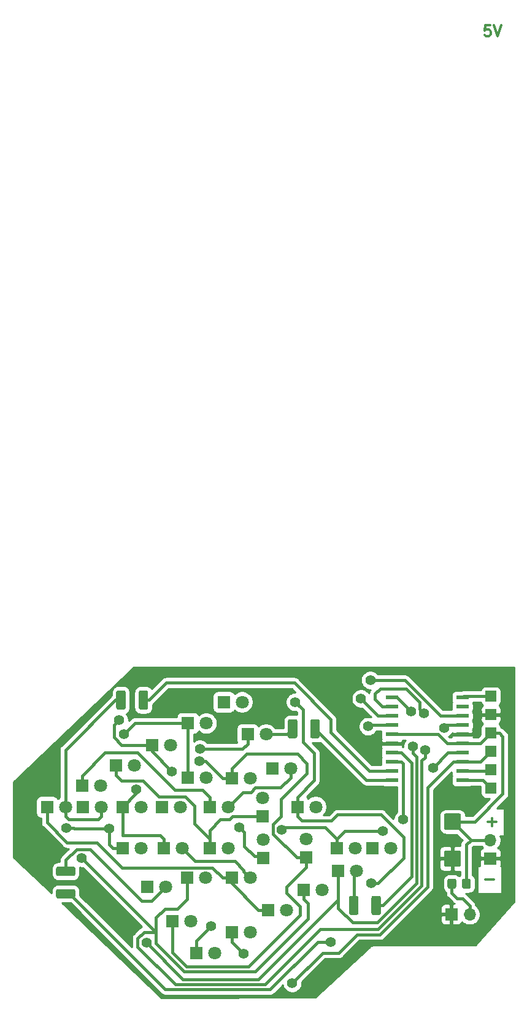
<source format=gbr>
%TF.GenerationSoftware,KiCad,Pcbnew,(5.1.7)-1*%
%TF.CreationDate,2020-11-20T15:05:24+02:00*%
%TF.ProjectId,ymp2,796d7032-2e6b-4696-9361-645f70636258,rev?*%
%TF.SameCoordinates,Original*%
%TF.FileFunction,Copper,L1,Top*%
%TF.FilePolarity,Positive*%
%FSLAX46Y46*%
G04 Gerber Fmt 4.6, Leading zero omitted, Abs format (unit mm)*
G04 Created by KiCad (PCBNEW (5.1.7)-1) date 2020-11-20 15:05:24*
%MOMM*%
%LPD*%
G01*
G04 APERTURE LIST*
%TA.AperFunction,NonConductor*%
%ADD10C,0.300000*%
%TD*%
%TA.AperFunction,SMDPad,CuDef*%
%ADD11R,1.524000X1.524000*%
%TD*%
%TA.AperFunction,SMDPad,CuDef*%
%ADD12R,1.750000X0.600000*%
%TD*%
%TA.AperFunction,ComponentPad*%
%ADD13R,1.800000X1.800000*%
%TD*%
%TA.AperFunction,ComponentPad*%
%ADD14C,1.800000*%
%TD*%
%TA.AperFunction,ComponentPad*%
%ADD15R,1.700000X1.700000*%
%TD*%
%TA.AperFunction,ComponentPad*%
%ADD16O,1.700000X1.700000*%
%TD*%
%TA.AperFunction,ViaPad*%
%ADD17C,1.400000*%
%TD*%
%TA.AperFunction,Conductor*%
%ADD18C,0.400000*%
%TD*%
%TA.AperFunction,Conductor*%
%ADD19C,0.254000*%
%TD*%
%TA.AperFunction,Conductor*%
%ADD20C,0.150000*%
%TD*%
G04 APERTURE END LIST*
D10*
X119638571Y-140657142D02*
X120781428Y-140657142D01*
X120210000Y-141228571D02*
X120210000Y-140085714D01*
X119288571Y-148617142D02*
X120431428Y-148617142D01*
X119983285Y-30674571D02*
X119269000Y-30674571D01*
X119197571Y-31388857D01*
X119269000Y-31317428D01*
X119411857Y-31246000D01*
X119769000Y-31246000D01*
X119911857Y-31317428D01*
X119983285Y-31388857D01*
X120054714Y-31531714D01*
X120054714Y-31888857D01*
X119983285Y-32031714D01*
X119911857Y-32103142D01*
X119769000Y-32174571D01*
X119411857Y-32174571D01*
X119269000Y-32103142D01*
X119197571Y-32031714D01*
X120483285Y-30674571D02*
X120983285Y-32174571D01*
X121483285Y-30674571D01*
D11*
%TO.P,P1,6*%
%TO.N,Net-(IC1-Pad10)*%
X120050000Y-123280000D03*
%TO.P,P1,5*%
%TO.N,GND*%
X120050000Y-125820000D03*
%TO.P,P1,4*%
%TO.N,VCC*%
X120050000Y-128360000D03*
%TO.P,P1,3*%
%TO.N,Net-(D16-Pad1)*%
X120050000Y-130900000D03*
%TO.P,P1,2*%
%TO.N,Net-(IC1-Pad2)*%
X120050000Y-133440000D03*
%TO.P,P1,1*%
%TO.N,Net-(IC1-Pad1)*%
X120050000Y-135980000D03*
%TD*%
D12*
%TO.P,IC1,20*%
%TO.N,Net-(IC1-Pad20)*%
X106377000Y-134874000D03*
%TO.P,IC1,19*%
%TO.N,Net-(IC1-Pad19)*%
X106377000Y-133604000D03*
%TO.P,IC1,18*%
%TO.N,Net-(IC1-Pad18)*%
X106377000Y-132334000D03*
%TO.P,IC1,17*%
%TO.N,Net-(IC1-Pad17)*%
X106377000Y-131064000D03*
%TO.P,IC1,16*%
%TO.N,GND*%
X106377000Y-129794000D03*
%TO.P,IC1,15*%
%TO.N,VCC*%
X106377000Y-128524000D03*
%TO.P,IC1,14*%
%TO.N,Net-(D1-Pad1)*%
X106377000Y-127254000D03*
%TO.P,IC1,13*%
%TO.N,Net-(D10-Pad1)*%
X106377000Y-125984000D03*
%TO.P,IC1,12*%
%TO.N,Net-(D11-Pad1)*%
X106377000Y-124714000D03*
%TO.P,IC1,11*%
%TO.N,Net-(D12-Pad1)*%
X106377000Y-123444000D03*
%TO.P,IC1,10*%
%TO.N,Net-(IC1-Pad10)*%
X116127000Y-123444000D03*
%TO.P,IC1,9*%
%TO.N,Net-(IC1-Pad9)*%
X116127000Y-124714000D03*
%TO.P,IC1,8*%
%TO.N,Net-(D15-Pad1)*%
X116127000Y-125984000D03*
%TO.P,IC1,7*%
%TO.N,Net-(D14-Pad1)*%
X116127000Y-127254000D03*
%TO.P,IC1,1*%
%TO.N,Net-(IC1-Pad1)*%
X116127000Y-134874000D03*
%TO.P,IC1,2*%
%TO.N,Net-(IC1-Pad2)*%
X116127000Y-133604000D03*
%TO.P,IC1,3*%
%TO.N,Net-(D16-Pad1)*%
X116127000Y-132334000D03*
%TO.P,IC1,4*%
%TO.N,Net-(D13-Pad1)*%
X116127000Y-131064000D03*
%TO.P,IC1,5*%
%TO.N,VCC*%
X116127000Y-129794000D03*
%TO.P,IC1,6*%
%TO.N,GND*%
X116127000Y-128524000D03*
%TD*%
D13*
%TO.P,D9,1*%
%TO.N,Net-(D1-Pad1)*%
X63630000Y-135640000D03*
D14*
%TO.P,D9,2*%
%TO.N,Net-(D10-Pad2)*%
X66170000Y-135640000D03*
%TD*%
%TO.P,D11,2*%
%TO.N,Net-(D10-Pad2)*%
X66300000Y-138560000D03*
D13*
%TO.P,D11,1*%
%TO.N,Net-(D11-Pad1)*%
X63760000Y-138560000D03*
%TD*%
%TO.P,D12,1*%
%TO.N,Net-(D12-Pad1)*%
X69280000Y-138550000D03*
D14*
%TO.P,D12,2*%
%TO.N,Net-(D10-Pad2)*%
X71820000Y-138550000D03*
%TD*%
%TO.P,D13,2*%
%TO.N,Net-(D10-Pad2)*%
X77210000Y-138550000D03*
D13*
%TO.P,D13,1*%
%TO.N,Net-(D13-Pad1)*%
X74670000Y-138550000D03*
%TD*%
D14*
%TO.P,D16,2*%
%TO.N,Net-(D10-Pad2)*%
X88560000Y-137320000D03*
D13*
%TO.P,D16,1*%
%TO.N,Net-(D16-Pad1)*%
X88560000Y-139860000D03*
%TD*%
%TO.P,D7,1*%
%TO.N,Net-(D15-Pad1)*%
X73280000Y-130040000D03*
D14*
%TO.P,D7,2*%
%TO.N,Net-(D1-Pad2)*%
X75820000Y-130040000D03*
%TD*%
%TO.P,D6,2*%
%TO.N,Net-(D1-Pad2)*%
X80770000Y-127000000D03*
D13*
%TO.P,D6,1*%
%TO.N,Net-(D14-Pad1)*%
X78230000Y-127000000D03*
%TD*%
D14*
%TO.P,D1,2*%
%TO.N,Net-(D1-Pad2)*%
X83820000Y-138560000D03*
D13*
%TO.P,D1,1*%
%TO.N,Net-(D1-Pad1)*%
X81280000Y-138560000D03*
%TD*%
%TO.P,D3,1*%
%TO.N,Net-(D11-Pad1)*%
X89920000Y-133220000D03*
D14*
%TO.P,D3,2*%
%TO.N,Net-(D1-Pad2)*%
X92460000Y-133220000D03*
%TD*%
%TO.P,D4,2*%
%TO.N,Net-(D1-Pad2)*%
X89020000Y-128530000D03*
D13*
%TO.P,D4,1*%
%TO.N,Net-(D12-Pad1)*%
X86480000Y-128530000D03*
%TD*%
%TO.P,D2,1*%
%TO.N,Net-(D10-Pad1)*%
X93340000Y-138550000D03*
D14*
%TO.P,D2,2*%
%TO.N,Net-(D1-Pad2)*%
X95880000Y-138550000D03*
%TD*%
D13*
%TO.P,D5,1*%
%TO.N,Net-(D13-Pad1)*%
X83190000Y-124080000D03*
D14*
%TO.P,D5,2*%
%TO.N,Net-(D1-Pad2)*%
X85730000Y-124080000D03*
%TD*%
D13*
%TO.P,D29,1*%
%TO.N,Net-(D13-Pad1)*%
X103750000Y-144280000D03*
D14*
%TO.P,D29,2*%
%TO.N,Net-(D25-Pad2)*%
X106290000Y-144280000D03*
%TD*%
D13*
%TO.P,D14,1*%
%TO.N,Net-(D14-Pad1)*%
X78230000Y-134510000D03*
D14*
%TO.P,D14,2*%
%TO.N,Net-(D10-Pad2)*%
X80770000Y-134510000D03*
%TD*%
D15*
%TO.P,P2,1*%
%TO.N,GND*%
X114590000Y-153400000D03*
D16*
%TO.P,P2,2*%
%TO.N,Net-(F1-Pad2)*%
X117130000Y-153400000D03*
%TD*%
%TO.P,C1,1*%
%TO.N,VCC*%
%TA.AperFunction,SMDPad,CuDef*%
G36*
G01*
X113834999Y-139475000D02*
X115685001Y-139475000D01*
G75*
G02*
X115935000Y-139724999I0J-249999D01*
G01*
X115935000Y-141475001D01*
G75*
G02*
X115685001Y-141725000I-249999J0D01*
G01*
X113834999Y-141725000D01*
G75*
G02*
X113585000Y-141475001I0J249999D01*
G01*
X113585000Y-139724999D01*
G75*
G02*
X113834999Y-139475000I249999J0D01*
G01*
G37*
%TD.AperFunction*%
%TO.P,C1,2*%
%TO.N,GND*%
%TA.AperFunction,SMDPad,CuDef*%
G36*
G01*
X113834999Y-144575000D02*
X115685001Y-144575000D01*
G75*
G02*
X115935000Y-144824999I0J-249999D01*
G01*
X115935000Y-146575001D01*
G75*
G02*
X115685001Y-146825000I-249999J0D01*
G01*
X113834999Y-146825000D01*
G75*
G02*
X113585000Y-146575001I0J249999D01*
G01*
X113585000Y-144824999D01*
G75*
G02*
X113834999Y-144575000I249999J0D01*
G01*
G37*
%TD.AperFunction*%
%TD*%
%TO.P,F1,1*%
%TO.N,VCC*%
%TA.AperFunction,SMDPad,CuDef*%
G36*
G01*
X117270000Y-148709999D02*
X117270000Y-149610001D01*
G75*
G02*
X117020001Y-149860000I-249999J0D01*
G01*
X116319999Y-149860000D01*
G75*
G02*
X116070000Y-149610001I0J249999D01*
G01*
X116070000Y-148709999D01*
G75*
G02*
X116319999Y-148460000I249999J0D01*
G01*
X117020001Y-148460000D01*
G75*
G02*
X117270000Y-148709999I0J-249999D01*
G01*
G37*
%TD.AperFunction*%
%TO.P,F1,2*%
%TO.N,Net-(F1-Pad2)*%
%TA.AperFunction,SMDPad,CuDef*%
G36*
G01*
X115270000Y-148709999D02*
X115270000Y-149610001D01*
G75*
G02*
X115020001Y-149860000I-249999J0D01*
G01*
X114319999Y-149860000D01*
G75*
G02*
X114070000Y-149610001I0J249999D01*
G01*
X114070000Y-148709999D01*
G75*
G02*
X114319999Y-148460000I249999J0D01*
G01*
X115020001Y-148460000D01*
G75*
G02*
X115270000Y-148709999I0J-249999D01*
G01*
G37*
%TD.AperFunction*%
%TD*%
%TO.P,R1,1*%
%TO.N,Net-(IC1-Pad20)*%
%TA.AperFunction,SMDPad,CuDef*%
G36*
G01*
X96440000Y-126695000D02*
X96440000Y-128845000D01*
G75*
G02*
X96190000Y-129095000I-250000J0D01*
G01*
X95390000Y-129095000D01*
G75*
G02*
X95140000Y-128845000I0J250000D01*
G01*
X95140000Y-126695000D01*
G75*
G02*
X95390000Y-126445000I250000J0D01*
G01*
X96190000Y-126445000D01*
G75*
G02*
X96440000Y-126695000I0J-250000D01*
G01*
G37*
%TD.AperFunction*%
%TO.P,R1,2*%
%TO.N,Net-(D1-Pad2)*%
%TA.AperFunction,SMDPad,CuDef*%
G36*
G01*
X93340000Y-126695000D02*
X93340000Y-128845000D01*
G75*
G02*
X93090000Y-129095000I-250000J0D01*
G01*
X92290000Y-129095000D01*
G75*
G02*
X92040000Y-128845000I0J250000D01*
G01*
X92040000Y-126695000D01*
G75*
G02*
X92290000Y-126445000I250000J0D01*
G01*
X93090000Y-126445000D01*
G75*
G02*
X93340000Y-126695000I0J-250000D01*
G01*
G37*
%TD.AperFunction*%
%TD*%
%TO.P,R2,2*%
%TO.N,Net-(D10-Pad2)*%
%TA.AperFunction,SMDPad,CuDef*%
G36*
G01*
X69650000Y-122735000D02*
X69650000Y-124885000D01*
G75*
G02*
X69400000Y-125135000I-250000J0D01*
G01*
X68600000Y-125135000D01*
G75*
G02*
X68350000Y-124885000I0J250000D01*
G01*
X68350000Y-122735000D01*
G75*
G02*
X68600000Y-122485000I250000J0D01*
G01*
X69400000Y-122485000D01*
G75*
G02*
X69650000Y-122735000I0J-250000D01*
G01*
G37*
%TD.AperFunction*%
%TO.P,R2,1*%
%TO.N,Net-(IC1-Pad19)*%
%TA.AperFunction,SMDPad,CuDef*%
G36*
G01*
X72750000Y-122735000D02*
X72750000Y-124885000D01*
G75*
G02*
X72500000Y-125135000I-250000J0D01*
G01*
X71700000Y-125135000D01*
G75*
G02*
X71450000Y-124885000I0J250000D01*
G01*
X71450000Y-122735000D01*
G75*
G02*
X71700000Y-122485000I250000J0D01*
G01*
X72500000Y-122485000D01*
G75*
G02*
X72750000Y-122735000I0J-250000D01*
G01*
G37*
%TD.AperFunction*%
%TD*%
%TO.P,R3,1*%
%TO.N,Net-(IC1-Pad18)*%
%TA.AperFunction,SMDPad,CuDef*%
G36*
G01*
X62455000Y-151200000D02*
X60305000Y-151200000D01*
G75*
G02*
X60055000Y-150950000I0J250000D01*
G01*
X60055000Y-150150000D01*
G75*
G02*
X60305000Y-149900000I250000J0D01*
G01*
X62455000Y-149900000D01*
G75*
G02*
X62705000Y-150150000I0J-250000D01*
G01*
X62705000Y-150950000D01*
G75*
G02*
X62455000Y-151200000I-250000J0D01*
G01*
G37*
%TD.AperFunction*%
%TO.P,R3,2*%
%TO.N,Net-(D17-Pad2)*%
%TA.AperFunction,SMDPad,CuDef*%
G36*
G01*
X62455000Y-148100000D02*
X60305000Y-148100000D01*
G75*
G02*
X60055000Y-147850000I0J250000D01*
G01*
X60055000Y-147050000D01*
G75*
G02*
X60305000Y-146800000I250000J0D01*
G01*
X62455000Y-146800000D01*
G75*
G02*
X62705000Y-147050000I0J-250000D01*
G01*
X62705000Y-147850000D01*
G75*
G02*
X62455000Y-148100000I-250000J0D01*
G01*
G37*
%TD.AperFunction*%
%TD*%
%TO.P,R4,2*%
%TO.N,Net-(D25-Pad2)*%
%TA.AperFunction,SMDPad,CuDef*%
G36*
G01*
X101780000Y-151085000D02*
X101780000Y-153235000D01*
G75*
G02*
X101530000Y-153485000I-250000J0D01*
G01*
X100730000Y-153485000D01*
G75*
G02*
X100480000Y-153235000I0J250000D01*
G01*
X100480000Y-151085000D01*
G75*
G02*
X100730000Y-150835000I250000J0D01*
G01*
X101530000Y-150835000D01*
G75*
G02*
X101780000Y-151085000I0J-250000D01*
G01*
G37*
%TD.AperFunction*%
%TO.P,R4,1*%
%TO.N,Net-(IC1-Pad17)*%
%TA.AperFunction,SMDPad,CuDef*%
G36*
G01*
X104880000Y-151085000D02*
X104880000Y-153235000D01*
G75*
G02*
X104630000Y-153485000I-250000J0D01*
G01*
X103830000Y-153485000D01*
G75*
G02*
X103580000Y-153235000I0J250000D01*
G01*
X103580000Y-151085000D01*
G75*
G02*
X103830000Y-150835000I250000J0D01*
G01*
X104630000Y-150835000D01*
G75*
G02*
X104880000Y-151085000I0J-250000D01*
G01*
G37*
%TD.AperFunction*%
%TD*%
D15*
%TO.P,P3,1*%
%TO.N,GND*%
X119980000Y-145680000D03*
D16*
%TO.P,P3,2*%
%TO.N,VCC*%
X119980000Y-143140000D03*
%TD*%
D13*
%TO.P,D15,1*%
%TO.N,Net-(D15-Pad1)*%
X84310000Y-134600000D03*
D14*
%TO.P,D15,2*%
%TO.N,Net-(D10-Pad2)*%
X86850000Y-134600000D03*
%TD*%
%TO.P,D17,2*%
%TO.N,Net-(D17-Pad2)*%
X88650000Y-143060000D03*
D13*
%TO.P,D17,1*%
%TO.N,Net-(D1-Pad1)*%
X88650000Y-145600000D03*
%TD*%
%TO.P,D18,1*%
%TO.N,Net-(D10-Pad1)*%
X84310000Y-148340000D03*
D14*
%TO.P,D18,2*%
%TO.N,Net-(D17-Pad2)*%
X86850000Y-148340000D03*
%TD*%
D13*
%TO.P,D19,1*%
%TO.N,Net-(D11-Pad1)*%
X78100000Y-148350000D03*
D14*
%TO.P,D19,2*%
%TO.N,Net-(D17-Pad2)*%
X80640000Y-148350000D03*
%TD*%
D13*
%TO.P,D20,1*%
%TO.N,Net-(D12-Pad1)*%
X74930000Y-144280000D03*
D14*
%TO.P,D20,2*%
%TO.N,Net-(D17-Pad2)*%
X77470000Y-144280000D03*
%TD*%
%TO.P,D21,2*%
%TO.N,Net-(D17-Pad2)*%
X71750000Y-144270000D03*
D13*
%TO.P,D21,1*%
%TO.N,Net-(D13-Pad1)*%
X69210000Y-144270000D03*
%TD*%
D14*
%TO.P,D22,2*%
%TO.N,Net-(D17-Pad2)*%
X75180000Y-149580000D03*
D13*
%TO.P,D22,1*%
%TO.N,Net-(D14-Pad1)*%
X72640000Y-149580000D03*
%TD*%
%TO.P,D23,1*%
%TO.N,Net-(D15-Pad1)*%
X76080000Y-154310000D03*
D14*
%TO.P,D23,2*%
%TO.N,Net-(D17-Pad2)*%
X78620000Y-154310000D03*
%TD*%
%TO.P,D24,2*%
%TO.N,Net-(D17-Pad2)*%
X81910000Y-158760000D03*
D13*
%TO.P,D24,1*%
%TO.N,Net-(D16-Pad1)*%
X79370000Y-158760000D03*
%TD*%
D14*
%TO.P,D25,2*%
%TO.N,Net-(D25-Pad2)*%
X86870000Y-155830000D03*
D13*
%TO.P,D25,1*%
%TO.N,Net-(D1-Pad1)*%
X84330000Y-155830000D03*
%TD*%
%TO.P,D26,1*%
%TO.N,Net-(D10-Pad1)*%
X89280000Y-152780000D03*
D14*
%TO.P,D26,2*%
%TO.N,Net-(D25-Pad2)*%
X91820000Y-152780000D03*
%TD*%
D13*
%TO.P,D27,1*%
%TO.N,Net-(D11-Pad1)*%
X94250000Y-149990000D03*
D14*
%TO.P,D27,2*%
%TO.N,Net-(D25-Pad2)*%
X96790000Y-149990000D03*
%TD*%
%TO.P,D30,2*%
%TO.N,Net-(D25-Pad2)*%
X101350000Y-144280000D03*
D13*
%TO.P,D30,1*%
%TO.N,Net-(D14-Pad1)*%
X98810000Y-144280000D03*
%TD*%
D14*
%TO.P,D32,2*%
%TO.N,Net-(D25-Pad2)*%
X83820000Y-144280000D03*
D13*
%TO.P,D32,1*%
%TO.N,Net-(D16-Pad1)*%
X81280000Y-144280000D03*
%TD*%
%TO.P,D31,1*%
%TO.N,Net-(D15-Pad1)*%
X94560000Y-145550000D03*
D14*
%TO.P,D31,2*%
%TO.N,Net-(D25-Pad2)*%
X94560000Y-143010000D03*
%TD*%
%TO.P,D8,2*%
%TO.N,Net-(D1-Pad2)*%
X70870000Y-132850000D03*
D13*
%TO.P,D8,1*%
%TO.N,Net-(D16-Pad1)*%
X68330000Y-132850000D03*
%TD*%
%TO.P,D10,1*%
%TO.N,Net-(D10-Pad1)*%
X58800000Y-138560000D03*
D14*
%TO.P,D10,2*%
%TO.N,Net-(D10-Pad2)*%
X61340000Y-138560000D03*
%TD*%
D13*
%TO.P,D28,1*%
%TO.N,Net-(D12-Pad1)*%
X98980000Y-147360000D03*
D14*
%TO.P,D28,2*%
%TO.N,Net-(D25-Pad2)*%
X101520000Y-147360000D03*
%TD*%
D17*
%TO.N,Net-(D1-Pad1)*%
X85300000Y-141350000D03*
X85910000Y-158840000D03*
X103100000Y-127450000D03*
%TO.N,Net-(D10-Pad1)*%
X103500000Y-149100000D03*
X93060000Y-124080000D03*
X102130000Y-123610000D03*
%TO.N,Net-(D11-Pad1)*%
X63590000Y-145620000D03*
X110780000Y-125600000D03*
X110950000Y-130740000D03*
%TO.N,Net-(D12-Pad1)*%
X79900000Y-130540000D03*
X71150000Y-136110000D03*
X72520000Y-157300000D03*
X109070000Y-125380000D03*
X109310000Y-130190000D03*
%TO.N,Net-(D13-Pad1)*%
X67370000Y-141550000D03*
X61490000Y-141460000D03*
X112050000Y-133150000D03*
%TO.N,Net-(D14-Pad1)*%
X91205000Y-141688529D03*
X69390000Y-128550000D03*
X105110000Y-141910000D03*
X113620000Y-127630000D03*
%TO.N,Net-(D15-Pad1)*%
X79807411Y-132237479D03*
X76060033Y-133707025D03*
X103420000Y-121050000D03*
X68740000Y-126580000D03*
%TO.N,Net-(D16-Pad1)*%
X81460000Y-155000000D03*
X92650000Y-162910000D03*
%TO.N,Net-(IC1-Pad18)*%
X97915000Y-157215000D03*
X107920010Y-140321915D03*
%TO.N,GND*%
X105640000Y-136930000D03*
X83320000Y-128900000D03*
X98240000Y-136720000D03*
%TD*%
D18*
%TO.N,Net-(D1-Pad1)*%
X85999999Y-142049999D02*
X85999999Y-143969999D01*
X85300000Y-141350000D02*
X85999999Y-142049999D01*
X87413594Y-145383594D02*
X88650000Y-145383594D01*
X85999999Y-143969999D02*
X87413594Y-145383594D01*
X81280000Y-137260000D02*
X80280000Y-136260000D01*
X81280000Y-138560000D02*
X81280000Y-137260000D01*
X80280000Y-136260000D02*
X76480000Y-136260000D01*
X76480000Y-136260000D02*
X71290000Y-131070000D01*
X71290000Y-131070000D02*
X66810000Y-131070000D01*
X63630000Y-134250000D02*
X63630000Y-135640000D01*
X66810000Y-131070000D02*
X63630000Y-134250000D01*
X84330000Y-155830000D02*
X84330000Y-157260000D01*
X84330000Y-157260000D02*
X85910000Y-158840000D01*
X103296000Y-127254000D02*
X103100000Y-127450000D01*
X106377000Y-127254000D02*
X103296000Y-127254000D01*
%TO.N,Net-(D1-Pad2)*%
X91930000Y-128530000D02*
X92690000Y-127770000D01*
X89020000Y-128530000D02*
X91930000Y-128530000D01*
X92460000Y-134492792D02*
X92460000Y-133220000D01*
X91032793Y-135919999D02*
X92460000Y-134492792D01*
X87530001Y-135919999D02*
X91032793Y-135919999D01*
X86930000Y-136520000D02*
X87530001Y-135919999D01*
X85860000Y-136520000D02*
X86930000Y-136520000D01*
X83820000Y-138560000D02*
X85860000Y-136520000D01*
%TO.N,Net-(D10-Pad1)*%
X84310000Y-149110000D02*
X84310000Y-148340000D01*
X87980000Y-152780000D02*
X84310000Y-149110000D01*
X89280000Y-152780000D02*
X87980000Y-152780000D01*
X58800000Y-140720000D02*
X58800000Y-138560000D01*
X84310000Y-148340000D02*
X83010000Y-148340000D01*
X83010000Y-148340000D02*
X81619999Y-146949999D01*
X81619999Y-146949999D02*
X69205963Y-146949999D01*
X69205963Y-146949999D02*
X65732982Y-143477018D01*
X65732982Y-143477018D02*
X61557018Y-143477018D01*
X61557018Y-143477018D02*
X58800000Y-140720000D01*
X93060000Y-124080000D02*
X94150000Y-125170000D01*
X94150000Y-125170000D02*
X94150000Y-129630000D01*
X94150000Y-129630000D02*
X95690000Y-131170000D01*
X93340000Y-137250000D02*
X93340000Y-138550000D01*
X95690000Y-134900000D02*
X93340000Y-137250000D01*
X95690000Y-131170000D02*
X95690000Y-134900000D01*
X93340000Y-139850000D02*
X93340000Y-138550000D01*
X93980000Y-140490000D02*
X93340000Y-139850000D01*
X98060000Y-140490000D02*
X93980000Y-140490000D01*
X103500000Y-149100000D02*
X104489949Y-149100000D01*
X104489949Y-149100000D02*
X107999975Y-145589975D01*
X107999975Y-145589975D02*
X107999975Y-142759975D01*
X107999975Y-142759975D02*
X104880000Y-139640000D01*
X104880000Y-139640000D02*
X98910000Y-139640000D01*
X98910000Y-139640000D02*
X98060000Y-140490000D01*
X106377000Y-125984000D02*
X104504000Y-125984000D01*
X104504000Y-125984000D02*
X102130000Y-123610000D01*
%TO.N,Net-(D11-Pad1)*%
X94250000Y-151290000D02*
X94860000Y-151900000D01*
X94250000Y-149990000D02*
X94250000Y-151290000D01*
X94860000Y-151900000D02*
X94860000Y-154000000D01*
X77750047Y-161310010D02*
X73830000Y-157389963D01*
X94860000Y-154000000D02*
X87549990Y-161310010D01*
X87549990Y-161310010D02*
X77750047Y-161310010D01*
X73830000Y-157389963D02*
X73830000Y-153859998D01*
X75084999Y-152604999D02*
X76785001Y-152604999D01*
X73830000Y-153859998D02*
X75084999Y-152604999D01*
X78100000Y-151290000D02*
X78100000Y-148350000D01*
X76785001Y-152604999D02*
X78100000Y-151290000D01*
X73830000Y-155860000D02*
X63590000Y-145620000D01*
X73830000Y-157389963D02*
X73830000Y-155860000D01*
X104070000Y-123682000D02*
X105102000Y-124714000D01*
X105102000Y-124714000D02*
X106377000Y-124714000D01*
X104070000Y-122950000D02*
X104070000Y-123682000D01*
X108359963Y-122230000D02*
X104790000Y-122230000D01*
X96490000Y-155470000D02*
X104450000Y-155470000D01*
X104790000Y-122230000D02*
X104070000Y-122950000D01*
X73830000Y-155860000D02*
X72183998Y-155860000D01*
X72183998Y-155860000D02*
X71319999Y-156723999D01*
X71319999Y-156723999D02*
X71319999Y-157876001D01*
X71319999Y-157876001D02*
X76494008Y-163050010D01*
X104450000Y-155470000D02*
X110520030Y-149399970D01*
X76494008Y-163050010D02*
X88909990Y-163050010D01*
X88909990Y-163050010D02*
X96490000Y-155470000D01*
X110254981Y-125074981D02*
X110780000Y-125600000D01*
X110254981Y-124125019D02*
X110254981Y-125074981D01*
X110254981Y-124125019D02*
X108359963Y-122230000D01*
X110520030Y-132159919D02*
X110520030Y-132319970D01*
X110950000Y-131729949D02*
X110520030Y-132159919D01*
X110950000Y-130740000D02*
X110950000Y-131729949D01*
X110520030Y-149399970D02*
X110520030Y-132319970D01*
%TO.N,Net-(D12-Pad1)*%
X69280000Y-142480000D02*
X69280000Y-138550000D01*
X74430000Y-142480000D02*
X69280000Y-142480000D01*
X74930000Y-144280000D02*
X74930000Y-142980000D01*
X74930000Y-142980000D02*
X74430000Y-142480000D01*
X71150000Y-136680000D02*
X69280000Y-138550000D01*
X71150000Y-136110000D02*
X71150000Y-136680000D01*
X98980000Y-147360000D02*
X98980000Y-151350000D01*
X87980000Y-162350000D02*
X77630000Y-162350000D01*
X98980000Y-151350000D02*
X87980000Y-162350000D01*
X77570000Y-162350000D02*
X72520000Y-157300000D01*
X77630000Y-162350000D02*
X77570000Y-162350000D01*
X98980000Y-152545678D02*
X100984322Y-154550000D01*
X98980000Y-151350000D02*
X98980000Y-152545678D01*
X100984322Y-154550000D02*
X104375678Y-154550000D01*
X104375678Y-154550000D02*
X109820020Y-149105658D01*
X106377000Y-123444000D02*
X107134000Y-123444000D01*
X107134000Y-123444000D02*
X109070000Y-125380000D01*
X109800071Y-131670020D02*
X109820020Y-131670020D01*
X109310000Y-131179949D02*
X109800071Y-131670020D01*
X109310000Y-130190000D02*
X109310000Y-131179949D01*
X109820020Y-149105658D02*
X109820020Y-131670020D01*
X86480000Y-129830000D02*
X86480000Y-128530000D01*
X85770000Y-130540000D02*
X86480000Y-129830000D01*
X79900000Y-130540000D02*
X85770000Y-130540000D01*
%TO.N,Net-(D13-Pad1)*%
X67370000Y-143730000D02*
X67370000Y-141550000D01*
X69210000Y-144270000D02*
X67910000Y-144270000D01*
X67910000Y-144270000D02*
X67370000Y-143730000D01*
X67370000Y-141550000D02*
X63420000Y-141550000D01*
X63420000Y-141550000D02*
X63400000Y-141570000D01*
X62569949Y-141550000D02*
X63420000Y-141550000D01*
X62479949Y-141460000D02*
X62569949Y-141550000D01*
X61490000Y-141460000D02*
X62479949Y-141460000D01*
X116127000Y-131064000D02*
X114136000Y-131064000D01*
X114136000Y-131064000D02*
X112050000Y-133150000D01*
%TO.N,Net-(D14-Pad1)*%
X78230000Y-133210000D02*
X78230000Y-127000000D01*
X78230000Y-134510000D02*
X78230000Y-133210000D01*
X98810000Y-142980000D02*
X97180000Y-141350000D01*
X98810000Y-144280000D02*
X98810000Y-142980000D01*
X97180000Y-141350000D02*
X91543529Y-141350000D01*
X91543529Y-141350000D02*
X91205000Y-141688529D01*
X70940000Y-127000000D02*
X78230000Y-127000000D01*
X69390000Y-128550000D02*
X70940000Y-127000000D01*
X98810000Y-142980000D02*
X99880000Y-141910000D01*
X99880000Y-141910000D02*
X105110000Y-141910000D01*
X114852000Y-127254000D02*
X116127000Y-127254000D01*
X116127000Y-127254000D02*
X113996000Y-127254000D01*
X113996000Y-127254000D02*
X113620000Y-127630000D01*
%TO.N,Net-(D15-Pad1)*%
X90004999Y-142294999D02*
X93260000Y-145550000D01*
X84310000Y-133300000D02*
X86350000Y-131260000D01*
X84310000Y-134600000D02*
X84310000Y-133300000D01*
X86350000Y-131260000D02*
X93400000Y-131260000D01*
X93260000Y-145550000D02*
X94560000Y-145550000D01*
X93400000Y-131260000D02*
X94680000Y-132540000D01*
X94680000Y-132540000D02*
X94680000Y-133930000D01*
X83010000Y-134600000D02*
X84310000Y-134600000D01*
X76080000Y-154310000D02*
X76080000Y-158650000D01*
X76080000Y-158650000D02*
X78040000Y-160610000D01*
X78040000Y-160610000D02*
X86590000Y-160610000D01*
X86590000Y-160610000D02*
X93720000Y-153480000D01*
X93720000Y-153480000D02*
X93720000Y-152350000D01*
X93720000Y-152350000D02*
X91840000Y-150470000D01*
X94560000Y-146850000D02*
X94560000Y-145550000D01*
X91840000Y-149570000D02*
X94560000Y-146850000D01*
X91840000Y-150470000D02*
X91840000Y-149570000D01*
X83010000Y-134600000D02*
X80647479Y-132237479D01*
X80647479Y-132237479D02*
X79807411Y-132237479D01*
X73280000Y-130926992D02*
X73280000Y-130040000D01*
X76060033Y-133707025D02*
X73280000Y-130926992D01*
X91095000Y-139835000D02*
X90004999Y-140925001D01*
X91095000Y-137515000D02*
X91095000Y-139835000D01*
X90004999Y-140925001D02*
X90004999Y-142294999D01*
X94680000Y-133930000D02*
X91095000Y-137515000D01*
X108169926Y-121050000D02*
X103420000Y-121050000D01*
X116127000Y-125984000D02*
X113103926Y-125984000D01*
X113103926Y-125984000D02*
X108169926Y-121050000D01*
X71980000Y-130040000D02*
X73280000Y-130040000D01*
X69103998Y-130040000D02*
X71980000Y-130040000D01*
X68040001Y-128976003D02*
X69103998Y-130040000D01*
X68040001Y-127279999D02*
X68040001Y-128976003D01*
X68740000Y-126580000D02*
X68040001Y-127279999D01*
%TO.N,Net-(D16-Pad1)*%
X81280000Y-144280000D02*
X81280000Y-142980000D01*
X68330000Y-134150000D02*
X68330000Y-132850000D01*
X69090000Y-134910000D02*
X68330000Y-134150000D01*
X79180000Y-140880000D02*
X79180000Y-138447998D01*
X79180000Y-138447998D02*
X77862012Y-137130010D01*
X77862012Y-137130010D02*
X74230010Y-137130010D01*
X81280000Y-142980000D02*
X79180000Y-140880000D01*
X74230010Y-137130010D02*
X72010000Y-134910000D01*
X72010000Y-134910000D02*
X69090000Y-134910000D01*
X79370000Y-157090000D02*
X79370000Y-158760000D01*
X81460000Y-155000000D02*
X79370000Y-157090000D01*
X85010000Y-139860000D02*
X88560000Y-139860000D01*
X84400000Y-139860000D02*
X85010000Y-139860000D01*
X81280000Y-144280000D02*
X81280000Y-141780000D01*
X82745000Y-140315000D02*
X83945000Y-140315000D01*
X81280000Y-141780000D02*
X82745000Y-140315000D01*
X83945000Y-140315000D02*
X84400000Y-139860000D01*
X118616000Y-132334000D02*
X120050000Y-130900000D01*
X116127000Y-132334000D02*
X118616000Y-132334000D01*
X104739953Y-156170010D02*
X101559990Y-156170010D01*
X111340000Y-149569962D02*
X104739953Y-156170010D01*
X111340000Y-135846000D02*
X111340000Y-149569962D01*
X114852000Y-132334000D02*
X111340000Y-135846000D01*
X116127000Y-132334000D02*
X114852000Y-132334000D01*
X96850000Y-158710000D02*
X92650000Y-162910000D01*
X99020000Y-158710000D02*
X96850000Y-158710000D01*
X101559990Y-156170010D02*
X99020000Y-158710000D01*
%TO.N,Net-(D10-Pad2)*%
X61340000Y-137287208D02*
X61340000Y-138560000D01*
X61340000Y-130720000D02*
X61340000Y-137287208D01*
X68250000Y-123810000D02*
X61340000Y-130720000D01*
X69000000Y-123810000D02*
X68250000Y-123810000D01*
X61340000Y-139832792D02*
X61807208Y-140300000D01*
X61340000Y-138560000D02*
X61340000Y-139832792D01*
X64560000Y-140300000D02*
X64590000Y-140270000D01*
X61807208Y-140300000D02*
X64560000Y-140300000D01*
X65862792Y-140270000D02*
X64590000Y-140270000D01*
X66300000Y-139832792D02*
X65862792Y-140270000D01*
X66300000Y-138560000D02*
X66300000Y-139832792D01*
%TO.N,Net-(D17-Pad2)*%
X79250000Y-146060000D02*
X77470000Y-144280000D01*
X84730002Y-146060000D02*
X79250000Y-146060000D01*
X61380000Y-145907028D02*
X62867028Y-144420000D01*
X61380000Y-147450000D02*
X61380000Y-145907028D01*
X64779998Y-144420000D02*
X71899998Y-151540000D01*
X62867028Y-144420000D02*
X64779998Y-144420000D01*
X73220000Y-151540000D02*
X75180000Y-149580000D01*
X71899998Y-151540000D02*
X73220000Y-151540000D01*
X85950001Y-147279999D02*
X84730002Y-146060000D01*
X86850000Y-148340000D02*
X85950001Y-147440001D01*
X85950001Y-147440001D02*
X85950001Y-147279999D01*
%TO.N,Net-(D25-Pad2)*%
X101130000Y-147750000D02*
X101520000Y-147360000D01*
X101130000Y-152160000D02*
X101130000Y-147750000D01*
%TO.N,Net-(F1-Pad2)*%
X117130000Y-152197919D02*
X116122081Y-151190000D01*
X117130000Y-153400000D02*
X117130000Y-152197919D01*
X116122081Y-151190000D02*
X115430000Y-151190000D01*
X114670000Y-150430000D02*
X114670000Y-149160000D01*
X115430000Y-151190000D02*
X114670000Y-150430000D01*
%TO.N,Net-(IC1-Pad17)*%
X107652000Y-131064000D02*
X106377000Y-131064000D01*
X109120010Y-132532010D02*
X107652000Y-131064000D01*
X109120010Y-148159990D02*
X109120010Y-132532010D01*
X105120000Y-152160000D02*
X109120010Y-148159990D01*
X104230000Y-152160000D02*
X105120000Y-152160000D01*
%TO.N,Net-(IC1-Pad18)*%
X107920010Y-132602010D02*
X107920010Y-138140000D01*
X106377000Y-132334000D02*
X107652000Y-132334000D01*
X107652000Y-132334000D02*
X107920010Y-132602010D01*
X61920000Y-150550000D02*
X61380000Y-150550000D01*
X75120020Y-163750020D02*
X61920000Y-150550000D01*
X89599980Y-163750020D02*
X75120020Y-163750020D01*
X96135000Y-157215000D02*
X89599980Y-163750020D01*
X97915000Y-157215000D02*
X96135000Y-157215000D01*
X107920010Y-140321915D02*
X107920010Y-138140000D01*
%TO.N,Net-(IC1-Pad19)*%
X75230000Y-121430000D02*
X92928000Y-121430000D01*
X72850000Y-123810000D02*
X75230000Y-121430000D01*
X72100000Y-123810000D02*
X72850000Y-123810000D01*
X106377000Y-133604000D02*
X103314000Y-133604000D01*
X97969000Y-128259000D02*
X97969000Y-126471000D01*
X103314000Y-133604000D02*
X97969000Y-128259000D01*
X92928000Y-121430000D02*
X97969000Y-126471000D01*
%TO.N,Net-(IC1-Pad20)*%
X102894000Y-134874000D02*
X106377000Y-134874000D01*
X95790000Y-127770000D02*
X102894000Y-134874000D01*
%TO.N,Net-(IC1-Pad1)*%
X118944000Y-134874000D02*
X120050000Y-135980000D01*
X116127000Y-134874000D02*
X118944000Y-134874000D01*
%TO.N,Net-(IC1-Pad2)*%
X119886000Y-133604000D02*
X120050000Y-133440000D01*
X116127000Y-133604000D02*
X119886000Y-133604000D01*
%TO.N,Net-(IC1-Pad10)*%
X116291000Y-123280000D02*
X116127000Y-123444000D01*
X120050000Y-123280000D02*
X116291000Y-123280000D01*
%TO.N,VCC*%
X107652000Y-128524000D02*
X106377000Y-128524000D01*
X112737998Y-128524000D02*
X107652000Y-128524000D01*
X114007998Y-129794000D02*
X112737998Y-128524000D01*
X116127000Y-129794000D02*
X114007998Y-129794000D01*
X118616000Y-129794000D02*
X120050000Y-128360000D01*
X116127000Y-129794000D02*
X118616000Y-129794000D01*
X117854002Y-140600000D02*
X121690000Y-136764002D01*
X114760000Y-140600000D02*
X117854002Y-140600000D01*
X121212000Y-128360000D02*
X120050000Y-128360000D01*
X121690000Y-128838000D02*
X121212000Y-128360000D01*
X121690000Y-136764002D02*
X121690000Y-128838000D01*
X117300000Y-143140000D02*
X114760000Y-140600000D01*
X119980000Y-143140000D02*
X117300000Y-143140000D01*
X116670000Y-143770000D02*
X116670000Y-149160000D01*
X117300000Y-143140000D02*
X116670000Y-143770000D01*
%TO.N,GND*%
X118888000Y-125820000D02*
X118310000Y-126398000D01*
X120050000Y-125820000D02*
X118888000Y-125820000D01*
X117402000Y-128524000D02*
X116127000Y-128524000D01*
X118310000Y-127616000D02*
X117402000Y-128524000D01*
X118310000Y-126398000D02*
X118310000Y-127616000D01*
%TD*%
D19*
%TO.N,GND*%
X123225001Y-119264872D02*
X123225000Y-151641544D01*
X117959929Y-157625430D01*
X103906012Y-157644936D01*
X103885713Y-157642168D01*
X103838707Y-157645030D01*
X103825403Y-157645048D01*
X103805122Y-157647074D01*
X103751029Y-157650367D01*
X103738086Y-157653771D01*
X103724781Y-157655100D01*
X103672957Y-157670899D01*
X103620533Y-157684686D01*
X103608507Y-157690547D01*
X103595712Y-157694448D01*
X103547963Y-157720056D01*
X103499239Y-157743803D01*
X103488585Y-157751900D01*
X103476800Y-157758220D01*
X103434965Y-157792650D01*
X103418728Y-157804990D01*
X103408976Y-157814039D01*
X103372614Y-157843965D01*
X103359637Y-157859822D01*
X95820480Y-164855617D01*
X74573145Y-164904372D01*
X60839993Y-151838072D01*
X62027205Y-151838072D01*
X74500579Y-164311447D01*
X74526729Y-164343311D01*
X74653874Y-164447656D01*
X74798933Y-164525192D01*
X74956331Y-164572938D01*
X75079001Y-164585020D01*
X75079011Y-164585020D01*
X75120019Y-164589059D01*
X75161027Y-164585020D01*
X89558962Y-164585020D01*
X89599980Y-164589060D01*
X89640998Y-164585020D01*
X89640999Y-164585020D01*
X89763669Y-164572938D01*
X89921067Y-164525192D01*
X90066126Y-164447656D01*
X90193271Y-164343311D01*
X90219426Y-164311441D01*
X91343932Y-163186935D01*
X91366304Y-163299405D01*
X91466939Y-163542359D01*
X91613038Y-163761013D01*
X91798987Y-163946962D01*
X92017641Y-164093061D01*
X92260595Y-164193696D01*
X92518514Y-164245000D01*
X92781486Y-164245000D01*
X93039405Y-164193696D01*
X93282359Y-164093061D01*
X93501013Y-163946962D01*
X93686962Y-163761013D01*
X93833061Y-163542359D01*
X93933696Y-163299405D01*
X93985000Y-163041486D01*
X93985000Y-162778514D01*
X93981243Y-162759625D01*
X97195869Y-159545000D01*
X98978982Y-159545000D01*
X99020000Y-159549040D01*
X99061018Y-159545000D01*
X99061019Y-159545000D01*
X99183689Y-159532918D01*
X99341087Y-159485172D01*
X99486146Y-159407636D01*
X99613291Y-159303291D01*
X99639446Y-159271421D01*
X101905858Y-157005010D01*
X104698935Y-157005010D01*
X104739953Y-157009050D01*
X104780971Y-157005010D01*
X104780972Y-157005010D01*
X104903642Y-156992928D01*
X105061040Y-156945182D01*
X105206099Y-156867646D01*
X105333244Y-156763301D01*
X105359399Y-156731431D01*
X107840830Y-154250000D01*
X113101928Y-154250000D01*
X113114188Y-154374482D01*
X113150498Y-154494180D01*
X113209463Y-154604494D01*
X113288815Y-154701185D01*
X113385506Y-154780537D01*
X113495820Y-154839502D01*
X113615518Y-154875812D01*
X113740000Y-154888072D01*
X114304250Y-154885000D01*
X114463000Y-154726250D01*
X114463000Y-153527000D01*
X113263750Y-153527000D01*
X113105000Y-153685750D01*
X113101928Y-154250000D01*
X107840830Y-154250000D01*
X109540830Y-152550000D01*
X113101928Y-152550000D01*
X113105000Y-153114250D01*
X113263750Y-153273000D01*
X114463000Y-153273000D01*
X114463000Y-152073750D01*
X114304250Y-151915000D01*
X113740000Y-151911928D01*
X113615518Y-151924188D01*
X113495820Y-151960498D01*
X113385506Y-152019463D01*
X113288815Y-152098815D01*
X113209463Y-152195506D01*
X113150498Y-152305820D01*
X113114188Y-152425518D01*
X113101928Y-152550000D01*
X109540830Y-152550000D01*
X111901432Y-150189399D01*
X111933291Y-150163253D01*
X112037636Y-150036108D01*
X112115172Y-149891049D01*
X112162918Y-149733651D01*
X112175000Y-149610981D01*
X112175000Y-149610980D01*
X112179040Y-149569962D01*
X112175000Y-149528944D01*
X112175000Y-146825000D01*
X112946928Y-146825000D01*
X112959188Y-146949482D01*
X112995498Y-147069180D01*
X113054463Y-147179494D01*
X113133815Y-147276185D01*
X113230506Y-147355537D01*
X113340820Y-147414502D01*
X113460518Y-147450812D01*
X113585000Y-147463072D01*
X114474250Y-147460000D01*
X114633000Y-147301250D01*
X114633000Y-145827000D01*
X113108750Y-145827000D01*
X112950000Y-145985750D01*
X112946928Y-146825000D01*
X112175000Y-146825000D01*
X112175000Y-144575000D01*
X112946928Y-144575000D01*
X112950000Y-145414250D01*
X113108750Y-145573000D01*
X114633000Y-145573000D01*
X114633000Y-144098750D01*
X114474250Y-143940000D01*
X113585000Y-143936928D01*
X113460518Y-143949188D01*
X113340820Y-143985498D01*
X113230506Y-144044463D01*
X113133815Y-144123815D01*
X113054463Y-144220506D01*
X112995498Y-144330820D01*
X112959188Y-144450518D01*
X112946928Y-144575000D01*
X112175000Y-144575000D01*
X112175000Y-136191867D01*
X114613928Y-133752940D01*
X114613928Y-133904000D01*
X114626188Y-134028482D01*
X114662498Y-134148180D01*
X114711043Y-134239000D01*
X114662498Y-134329820D01*
X114626188Y-134449518D01*
X114613928Y-134574000D01*
X114613928Y-135174000D01*
X114626188Y-135298482D01*
X114662498Y-135418180D01*
X114721463Y-135528494D01*
X114800815Y-135625185D01*
X114897506Y-135704537D01*
X115007820Y-135763502D01*
X115127518Y-135799812D01*
X115252000Y-135812072D01*
X117002000Y-135812072D01*
X117126482Y-135799812D01*
X117246180Y-135763502D01*
X117348144Y-135709000D01*
X118598133Y-135709000D01*
X118649928Y-135760795D01*
X118649928Y-136742000D01*
X118662188Y-136866482D01*
X118698498Y-136986180D01*
X118757463Y-137096494D01*
X118836815Y-137193185D01*
X118933506Y-137272537D01*
X119043820Y-137331502D01*
X119163518Y-137367812D01*
X119288000Y-137380072D01*
X119893062Y-137380072D01*
X118513135Y-138760000D01*
X118496429Y-138760000D01*
X118496429Y-138776706D01*
X117508135Y-139765000D01*
X116573072Y-139765000D01*
X116573072Y-139724999D01*
X116556008Y-139551745D01*
X116505472Y-139385149D01*
X116423405Y-139231613D01*
X116312962Y-139097038D01*
X116178387Y-138986595D01*
X116024851Y-138904528D01*
X115858255Y-138853992D01*
X115685001Y-138836928D01*
X113834999Y-138836928D01*
X113661745Y-138853992D01*
X113495149Y-138904528D01*
X113341613Y-138986595D01*
X113207038Y-139097038D01*
X113096595Y-139231613D01*
X113014528Y-139385149D01*
X112963992Y-139551745D01*
X112946928Y-139724999D01*
X112946928Y-141475001D01*
X112963992Y-141648255D01*
X113014528Y-141814851D01*
X113096595Y-141968387D01*
X113207038Y-142102962D01*
X113341613Y-142213405D01*
X113495149Y-142295472D01*
X113661745Y-142346008D01*
X113834999Y-142363072D01*
X115342205Y-142363072D01*
X116119133Y-143140000D01*
X116108578Y-143150555D01*
X116076709Y-143176709D01*
X115974636Y-143301086D01*
X115972364Y-143303855D01*
X115894828Y-143448914D01*
X115847082Y-143606312D01*
X115830960Y-143770000D01*
X115835000Y-143811019D01*
X115835000Y-143937273D01*
X115045750Y-143940000D01*
X114887000Y-144098750D01*
X114887000Y-145573000D01*
X114907000Y-145573000D01*
X114907000Y-145827000D01*
X114887000Y-145827000D01*
X114887000Y-147301250D01*
X115045750Y-147460000D01*
X115835001Y-147462727D01*
X115835001Y-147967112D01*
X115826613Y-147971595D01*
X115692038Y-148082038D01*
X115670000Y-148108891D01*
X115647962Y-148082038D01*
X115513387Y-147971595D01*
X115359851Y-147889528D01*
X115193255Y-147838992D01*
X115020001Y-147821928D01*
X114319999Y-147821928D01*
X114146745Y-147838992D01*
X113980149Y-147889528D01*
X113826613Y-147971595D01*
X113692038Y-148082038D01*
X113581595Y-148216613D01*
X113499528Y-148370149D01*
X113448992Y-148536745D01*
X113431928Y-148709999D01*
X113431928Y-149610001D01*
X113448992Y-149783255D01*
X113499528Y-149949851D01*
X113581595Y-150103387D01*
X113692038Y-150237962D01*
X113826613Y-150348405D01*
X113835000Y-150352888D01*
X113835000Y-150388981D01*
X113830960Y-150430000D01*
X113835000Y-150471018D01*
X113847082Y-150593688D01*
X113894828Y-150751086D01*
X113972364Y-150896145D01*
X114076709Y-151023291D01*
X114108579Y-151049446D01*
X114810558Y-151751426D01*
X114836709Y-151783291D01*
X114963854Y-151887636D01*
X115013644Y-151914249D01*
X114875750Y-151915000D01*
X114717000Y-152073750D01*
X114717000Y-153273000D01*
X114737000Y-153273000D01*
X114737000Y-153527000D01*
X114717000Y-153527000D01*
X114717000Y-154726250D01*
X114875750Y-154885000D01*
X115440000Y-154888072D01*
X115564482Y-154875812D01*
X115684180Y-154839502D01*
X115794494Y-154780537D01*
X115891185Y-154701185D01*
X115970537Y-154604494D01*
X116029502Y-154494180D01*
X116051513Y-154421620D01*
X116183368Y-154553475D01*
X116426589Y-154715990D01*
X116696842Y-154827932D01*
X116983740Y-154885000D01*
X117276260Y-154885000D01*
X117563158Y-154827932D01*
X117833411Y-154715990D01*
X118076632Y-154553475D01*
X118283475Y-154346632D01*
X118445990Y-154103411D01*
X118557932Y-153833158D01*
X118615000Y-153546260D01*
X118615000Y-153253740D01*
X118557932Y-152966842D01*
X118445990Y-152696589D01*
X118283475Y-152453368D01*
X118076632Y-152246525D01*
X117966585Y-152172994D01*
X117963223Y-152138854D01*
X117952918Y-152034230D01*
X117905172Y-151876832D01*
X117827636Y-151731773D01*
X117792045Y-151688405D01*
X117749439Y-151636489D01*
X117749437Y-151636487D01*
X117723291Y-151604628D01*
X117691432Y-151578482D01*
X116741526Y-150628578D01*
X116715372Y-150596709D01*
X116595182Y-150498072D01*
X117020001Y-150498072D01*
X117193255Y-150481008D01*
X117359851Y-150430472D01*
X117513387Y-150348405D01*
X117647962Y-150237962D01*
X117758405Y-150103387D01*
X117840472Y-149949851D01*
X117891008Y-149783255D01*
X117908072Y-149610001D01*
X117908072Y-148709999D01*
X117891008Y-148536745D01*
X117840472Y-148370149D01*
X117758405Y-148216613D01*
X117647962Y-148082038D01*
X117513387Y-147971595D01*
X117505000Y-147967112D01*
X117505000Y-146720000D01*
X118146429Y-146720000D01*
X118146429Y-150540000D01*
X121573572Y-150540000D01*
X121573572Y-146720000D01*
X121435937Y-146720000D01*
X121455812Y-146654482D01*
X121468072Y-146530000D01*
X121465000Y-145965750D01*
X121306250Y-145807000D01*
X120107000Y-145807000D01*
X120107000Y-145827000D01*
X119853000Y-145827000D01*
X119853000Y-145807000D01*
X118653750Y-145807000D01*
X118495000Y-145965750D01*
X118491928Y-146530000D01*
X118504188Y-146654482D01*
X118524063Y-146720000D01*
X118146429Y-146720000D01*
X117505000Y-146720000D01*
X117505000Y-144115868D01*
X117645868Y-143975000D01*
X118751935Y-143975000D01*
X118826525Y-144086632D01*
X118958380Y-144218487D01*
X118885820Y-144240498D01*
X118775506Y-144299463D01*
X118678815Y-144378815D01*
X118599463Y-144475506D01*
X118540498Y-144585820D01*
X118504188Y-144705518D01*
X118491928Y-144830000D01*
X118495000Y-145394250D01*
X118653750Y-145553000D01*
X119853000Y-145553000D01*
X119853000Y-145533000D01*
X120107000Y-145533000D01*
X120107000Y-145553000D01*
X121306250Y-145553000D01*
X121465000Y-145394250D01*
X121468072Y-144830000D01*
X121455812Y-144705518D01*
X121419502Y-144585820D01*
X121360537Y-144475506D01*
X121281185Y-144378815D01*
X121184494Y-144299463D01*
X121074180Y-144240498D01*
X121001620Y-144218487D01*
X121133475Y-144086632D01*
X121295990Y-143843411D01*
X121407932Y-143573158D01*
X121465000Y-143286260D01*
X121465000Y-142993740D01*
X121407932Y-142706842D01*
X121355393Y-142580000D01*
X121923572Y-142580000D01*
X121923572Y-138760000D01*
X120874870Y-138760000D01*
X122251428Y-137383442D01*
X122283291Y-137357293D01*
X122387636Y-137230148D01*
X122465172Y-137085089D01*
X122512918Y-136927691D01*
X122525000Y-136805021D01*
X122525000Y-136805011D01*
X122529039Y-136764003D01*
X122525000Y-136722995D01*
X122525000Y-128879018D01*
X122529040Y-128837999D01*
X122512918Y-128674311D01*
X122465172Y-128516913D01*
X122387636Y-128371854D01*
X122378153Y-128360299D01*
X122283291Y-128244709D01*
X122251421Y-128218554D01*
X121831446Y-127798579D01*
X121805291Y-127766709D01*
X121678146Y-127662364D01*
X121533087Y-127584828D01*
X121446178Y-127558465D01*
X121437812Y-127473518D01*
X121401502Y-127353820D01*
X121342537Y-127243506D01*
X121263185Y-127146815D01*
X121193956Y-127090000D01*
X121263185Y-127033185D01*
X121342537Y-126936494D01*
X121401502Y-126826180D01*
X121437812Y-126706482D01*
X121450072Y-126582000D01*
X121447000Y-126105750D01*
X121288250Y-125947000D01*
X120177000Y-125947000D01*
X120177000Y-125967000D01*
X119923000Y-125967000D01*
X119923000Y-125947000D01*
X118811750Y-125947000D01*
X118653000Y-126105750D01*
X118649928Y-126582000D01*
X118662188Y-126706482D01*
X118698498Y-126826180D01*
X118757463Y-126936494D01*
X118836815Y-127033185D01*
X118906044Y-127090000D01*
X118836815Y-127146815D01*
X118757463Y-127243506D01*
X118698498Y-127353820D01*
X118662188Y-127473518D01*
X118649928Y-127598000D01*
X118649928Y-128579205D01*
X118270133Y-128959000D01*
X117624621Y-128959000D01*
X117627812Y-128948482D01*
X117640072Y-128824000D01*
X117637000Y-128809750D01*
X117478250Y-128651000D01*
X116254000Y-128651000D01*
X116254000Y-128671000D01*
X116000000Y-128671000D01*
X116000000Y-128651000D01*
X114775750Y-128651000D01*
X114617000Y-128809750D01*
X114613928Y-128824000D01*
X114626188Y-128948482D01*
X114629379Y-128959000D01*
X114353866Y-128959000D01*
X114220941Y-128826075D01*
X114252359Y-128813061D01*
X114471013Y-128666962D01*
X114656962Y-128481013D01*
X114738192Y-128359442D01*
X114775750Y-128397000D01*
X116000000Y-128397000D01*
X116000000Y-128377000D01*
X116254000Y-128377000D01*
X116254000Y-128397000D01*
X117478250Y-128397000D01*
X117637000Y-128238250D01*
X117640072Y-128224000D01*
X117627812Y-128099518D01*
X117591502Y-127979820D01*
X117542957Y-127889000D01*
X117591502Y-127798180D01*
X117627812Y-127678482D01*
X117640072Y-127554000D01*
X117640072Y-126954000D01*
X117627812Y-126829518D01*
X117591502Y-126709820D01*
X117542957Y-126619000D01*
X117591502Y-126528180D01*
X117627812Y-126408482D01*
X117640072Y-126284000D01*
X117640072Y-125684000D01*
X117627812Y-125559518D01*
X117591502Y-125439820D01*
X117542957Y-125349000D01*
X117591502Y-125258180D01*
X117627812Y-125138482D01*
X117640072Y-125014000D01*
X117640072Y-124414000D01*
X117627812Y-124289518D01*
X117591502Y-124169820D01*
X117562200Y-124115000D01*
X118657118Y-124115000D01*
X118662188Y-124166482D01*
X118698498Y-124286180D01*
X118757463Y-124396494D01*
X118836815Y-124493185D01*
X118906044Y-124550000D01*
X118836815Y-124606815D01*
X118757463Y-124703506D01*
X118698498Y-124813820D01*
X118662188Y-124933518D01*
X118649928Y-125058000D01*
X118653000Y-125534250D01*
X118811750Y-125693000D01*
X119923000Y-125693000D01*
X119923000Y-125673000D01*
X120177000Y-125673000D01*
X120177000Y-125693000D01*
X121288250Y-125693000D01*
X121447000Y-125534250D01*
X121450072Y-125058000D01*
X121437812Y-124933518D01*
X121401502Y-124813820D01*
X121342537Y-124703506D01*
X121263185Y-124606815D01*
X121193956Y-124550000D01*
X121263185Y-124493185D01*
X121342537Y-124396494D01*
X121401502Y-124286180D01*
X121437812Y-124166482D01*
X121450072Y-124042000D01*
X121450072Y-122518000D01*
X121437812Y-122393518D01*
X121401502Y-122273820D01*
X121342537Y-122163506D01*
X121263185Y-122066815D01*
X121166494Y-121987463D01*
X121056180Y-121928498D01*
X120936482Y-121892188D01*
X120812000Y-121879928D01*
X119288000Y-121879928D01*
X119163518Y-121892188D01*
X119043820Y-121928498D01*
X118933506Y-121987463D01*
X118836815Y-122066815D01*
X118757463Y-122163506D01*
X118698498Y-122273820D01*
X118662188Y-122393518D01*
X118657118Y-122445000D01*
X116332018Y-122445000D01*
X116290999Y-122440960D01*
X116249981Y-122445000D01*
X116127311Y-122457082D01*
X115969913Y-122504828D01*
X115967855Y-122505928D01*
X115252000Y-122505928D01*
X115127518Y-122518188D01*
X115007820Y-122554498D01*
X114897506Y-122613463D01*
X114800815Y-122692815D01*
X114721463Y-122789506D01*
X114662498Y-122899820D01*
X114626188Y-123019518D01*
X114613928Y-123144000D01*
X114613928Y-123744000D01*
X114626188Y-123868482D01*
X114662498Y-123988180D01*
X114711043Y-124079000D01*
X114662498Y-124169820D01*
X114626188Y-124289518D01*
X114613928Y-124414000D01*
X114613928Y-125014000D01*
X114626188Y-125138482D01*
X114629379Y-125149000D01*
X113449795Y-125149000D01*
X108789372Y-120488579D01*
X108763217Y-120456709D01*
X108636072Y-120352364D01*
X108491013Y-120274828D01*
X108333615Y-120227082D01*
X108210945Y-120215000D01*
X108210944Y-120215000D01*
X108169926Y-120210960D01*
X108128908Y-120215000D01*
X104467661Y-120215000D01*
X104456962Y-120198987D01*
X104271013Y-120013038D01*
X104052359Y-119866939D01*
X103809405Y-119766304D01*
X103551486Y-119715000D01*
X103288514Y-119715000D01*
X103030595Y-119766304D01*
X102787641Y-119866939D01*
X102568987Y-120013038D01*
X102383038Y-120198987D01*
X102236939Y-120417641D01*
X102136304Y-120660595D01*
X102085000Y-120918514D01*
X102085000Y-121181486D01*
X102136304Y-121439405D01*
X102236939Y-121682359D01*
X102383038Y-121901013D01*
X102568987Y-122086962D01*
X102787641Y-122233061D01*
X103030595Y-122333696D01*
X103288514Y-122385000D01*
X103453491Y-122385000D01*
X103394336Y-122457082D01*
X103372364Y-122483855D01*
X103294828Y-122628914D01*
X103247082Y-122786312D01*
X103239135Y-122867002D01*
X103166962Y-122758987D01*
X102981013Y-122573038D01*
X102762359Y-122426939D01*
X102519405Y-122326304D01*
X102261486Y-122275000D01*
X101998514Y-122275000D01*
X101740595Y-122326304D01*
X101497641Y-122426939D01*
X101278987Y-122573038D01*
X101093038Y-122758987D01*
X100946939Y-122977641D01*
X100846304Y-123220595D01*
X100795000Y-123478514D01*
X100795000Y-123741486D01*
X100846304Y-123999405D01*
X100946939Y-124242359D01*
X101093038Y-124461013D01*
X101278987Y-124646962D01*
X101497641Y-124793061D01*
X101740595Y-124893696D01*
X101998514Y-124945000D01*
X102261486Y-124945000D01*
X102280375Y-124941243D01*
X103516772Y-126177640D01*
X103489405Y-126166304D01*
X103231486Y-126115000D01*
X102968514Y-126115000D01*
X102710595Y-126166304D01*
X102467641Y-126266939D01*
X102248987Y-126413038D01*
X102063038Y-126598987D01*
X101916939Y-126817641D01*
X101816304Y-127060595D01*
X101765000Y-127318514D01*
X101765000Y-127581486D01*
X101816304Y-127839405D01*
X101916939Y-128082359D01*
X102063038Y-128301013D01*
X102248987Y-128486962D01*
X102467641Y-128633061D01*
X102710595Y-128733696D01*
X102968514Y-128785000D01*
X103231486Y-128785000D01*
X103489405Y-128733696D01*
X103732359Y-128633061D01*
X103951013Y-128486962D01*
X104136962Y-128301013D01*
X104278624Y-128089000D01*
X104879379Y-128089000D01*
X104876188Y-128099518D01*
X104863928Y-128224000D01*
X104863928Y-128824000D01*
X104876188Y-128948482D01*
X104912498Y-129068180D01*
X104961043Y-129159000D01*
X104912498Y-129249820D01*
X104876188Y-129369518D01*
X104863928Y-129494000D01*
X104867000Y-129508250D01*
X105025750Y-129667000D01*
X106250000Y-129667000D01*
X106250000Y-129647000D01*
X106504000Y-129647000D01*
X106504000Y-129667000D01*
X107728250Y-129667000D01*
X107887000Y-129508250D01*
X107890072Y-129494000D01*
X107877812Y-129369518D01*
X107874621Y-129359000D01*
X108259666Y-129359000D01*
X108126939Y-129557641D01*
X108026304Y-129800595D01*
X107975000Y-130058514D01*
X107975000Y-130289851D01*
X107973087Y-130288828D01*
X107866299Y-130256434D01*
X107877812Y-130218482D01*
X107890072Y-130094000D01*
X107887000Y-130079750D01*
X107728250Y-129921000D01*
X106504000Y-129921000D01*
X106504000Y-129941000D01*
X106250000Y-129941000D01*
X106250000Y-129921000D01*
X105025750Y-129921000D01*
X104867000Y-130079750D01*
X104863928Y-130094000D01*
X104876188Y-130218482D01*
X104912498Y-130338180D01*
X104961043Y-130429000D01*
X104912498Y-130519820D01*
X104876188Y-130639518D01*
X104863928Y-130764000D01*
X104863928Y-131364000D01*
X104876188Y-131488482D01*
X104912498Y-131608180D01*
X104961043Y-131699000D01*
X104912498Y-131789820D01*
X104876188Y-131909518D01*
X104863928Y-132034000D01*
X104863928Y-132634000D01*
X104876188Y-132758482D01*
X104879379Y-132769000D01*
X103659868Y-132769000D01*
X98804000Y-127913133D01*
X98804000Y-126512018D01*
X98808040Y-126471000D01*
X98802521Y-126414961D01*
X98791918Y-126307311D01*
X98744172Y-126149913D01*
X98666636Y-126004854D01*
X98597890Y-125921086D01*
X98588439Y-125909570D01*
X98588437Y-125909568D01*
X98562291Y-125877709D01*
X98530432Y-125851563D01*
X93547446Y-120868579D01*
X93521291Y-120836709D01*
X93394146Y-120732364D01*
X93249087Y-120654828D01*
X93091689Y-120607082D01*
X92969019Y-120595000D01*
X92969018Y-120595000D01*
X92928000Y-120590960D01*
X92886982Y-120595000D01*
X75271007Y-120595000D01*
X75229999Y-120590961D01*
X75188991Y-120595000D01*
X75188981Y-120595000D01*
X75066311Y-120607082D01*
X74908913Y-120654828D01*
X74763854Y-120732364D01*
X74636709Y-120836709D01*
X74610559Y-120868573D01*
X73238005Y-122241127D01*
X73127962Y-122107038D01*
X72993386Y-121996595D01*
X72839850Y-121914528D01*
X72673254Y-121863992D01*
X72500000Y-121846928D01*
X71700000Y-121846928D01*
X71526746Y-121863992D01*
X71360150Y-121914528D01*
X71206614Y-121996595D01*
X71072038Y-122107038D01*
X70961595Y-122241614D01*
X70879528Y-122395150D01*
X70828992Y-122561746D01*
X70811928Y-122735000D01*
X70811928Y-124885000D01*
X70828992Y-125058254D01*
X70879528Y-125224850D01*
X70961595Y-125378386D01*
X71072038Y-125512962D01*
X71206614Y-125623405D01*
X71360150Y-125705472D01*
X71526746Y-125756008D01*
X71700000Y-125773072D01*
X72500000Y-125773072D01*
X72673254Y-125756008D01*
X72839850Y-125705472D01*
X72993386Y-125623405D01*
X73127962Y-125512962D01*
X73238405Y-125378386D01*
X73320472Y-125224850D01*
X73371008Y-125058254D01*
X73388072Y-124885000D01*
X73388072Y-124448608D01*
X73443291Y-124403291D01*
X73469446Y-124371421D01*
X74660867Y-123180000D01*
X81651928Y-123180000D01*
X81651928Y-124980000D01*
X81664188Y-125104482D01*
X81700498Y-125224180D01*
X81759463Y-125334494D01*
X81838815Y-125431185D01*
X81935506Y-125510537D01*
X82045820Y-125569502D01*
X82165518Y-125605812D01*
X82290000Y-125618072D01*
X84090000Y-125618072D01*
X84214482Y-125605812D01*
X84334180Y-125569502D01*
X84444494Y-125510537D01*
X84541185Y-125431185D01*
X84620537Y-125334494D01*
X84679502Y-125224180D01*
X84685056Y-125205873D01*
X84751495Y-125272312D01*
X85002905Y-125440299D01*
X85282257Y-125556011D01*
X85578816Y-125615000D01*
X85881184Y-125615000D01*
X86177743Y-125556011D01*
X86457095Y-125440299D01*
X86708505Y-125272312D01*
X86922312Y-125058505D01*
X87090299Y-124807095D01*
X87206011Y-124527743D01*
X87265000Y-124231184D01*
X87265000Y-123928816D01*
X87206011Y-123632257D01*
X87090299Y-123352905D01*
X86922312Y-123101495D01*
X86708505Y-122887688D01*
X86457095Y-122719701D01*
X86177743Y-122603989D01*
X85881184Y-122545000D01*
X85578816Y-122545000D01*
X85282257Y-122603989D01*
X85002905Y-122719701D01*
X84751495Y-122887688D01*
X84685056Y-122954127D01*
X84679502Y-122935820D01*
X84620537Y-122825506D01*
X84541185Y-122728815D01*
X84444494Y-122649463D01*
X84334180Y-122590498D01*
X84214482Y-122554188D01*
X84090000Y-122541928D01*
X82290000Y-122541928D01*
X82165518Y-122554188D01*
X82045820Y-122590498D01*
X81935506Y-122649463D01*
X81838815Y-122728815D01*
X81759463Y-122825506D01*
X81700498Y-122935820D01*
X81664188Y-123055518D01*
X81651928Y-123180000D01*
X74660867Y-123180000D01*
X75575868Y-122265000D01*
X92582133Y-122265000D01*
X93062133Y-122745000D01*
X92928514Y-122745000D01*
X92670595Y-122796304D01*
X92427641Y-122896939D01*
X92208987Y-123043038D01*
X92023038Y-123228987D01*
X91876939Y-123447641D01*
X91776304Y-123690595D01*
X91725000Y-123948514D01*
X91725000Y-124211486D01*
X91776304Y-124469405D01*
X91876939Y-124712359D01*
X92023038Y-124931013D01*
X92208987Y-125116962D01*
X92427641Y-125263061D01*
X92670595Y-125363696D01*
X92928514Y-125415000D01*
X93191486Y-125415000D01*
X93210374Y-125411243D01*
X93315000Y-125515869D01*
X93315000Y-125839689D01*
X93263254Y-125823992D01*
X93090000Y-125806928D01*
X92290000Y-125806928D01*
X92116746Y-125823992D01*
X91950150Y-125874528D01*
X91796614Y-125956595D01*
X91662038Y-126067038D01*
X91551595Y-126201614D01*
X91469528Y-126355150D01*
X91418992Y-126521746D01*
X91401928Y-126695000D01*
X91401928Y-127695000D01*
X90308199Y-127695000D01*
X90212312Y-127551495D01*
X89998505Y-127337688D01*
X89747095Y-127169701D01*
X89467743Y-127053989D01*
X89171184Y-126995000D01*
X88868816Y-126995000D01*
X88572257Y-127053989D01*
X88292905Y-127169701D01*
X88041495Y-127337688D01*
X87975056Y-127404127D01*
X87969502Y-127385820D01*
X87910537Y-127275506D01*
X87831185Y-127178815D01*
X87734494Y-127099463D01*
X87624180Y-127040498D01*
X87504482Y-127004188D01*
X87380000Y-126991928D01*
X85580000Y-126991928D01*
X85455518Y-127004188D01*
X85335820Y-127040498D01*
X85225506Y-127099463D01*
X85128815Y-127178815D01*
X85049463Y-127275506D01*
X84990498Y-127385820D01*
X84954188Y-127505518D01*
X84941928Y-127630000D01*
X84941928Y-129430000D01*
X84954188Y-129554482D01*
X84990498Y-129674180D01*
X85006972Y-129705000D01*
X80947661Y-129705000D01*
X80936962Y-129688987D01*
X80751013Y-129503038D01*
X80532359Y-129356939D01*
X80289405Y-129256304D01*
X80031486Y-129205000D01*
X79768514Y-129205000D01*
X79510595Y-129256304D01*
X79267641Y-129356939D01*
X79065000Y-129492339D01*
X79065000Y-128538072D01*
X79130000Y-128538072D01*
X79254482Y-128525812D01*
X79374180Y-128489502D01*
X79484494Y-128430537D01*
X79581185Y-128351185D01*
X79660537Y-128254494D01*
X79719502Y-128144180D01*
X79725056Y-128125873D01*
X79791495Y-128192312D01*
X80042905Y-128360299D01*
X80322257Y-128476011D01*
X80618816Y-128535000D01*
X80921184Y-128535000D01*
X81217743Y-128476011D01*
X81497095Y-128360299D01*
X81748505Y-128192312D01*
X81962312Y-127978505D01*
X82130299Y-127727095D01*
X82246011Y-127447743D01*
X82305000Y-127151184D01*
X82305000Y-126848816D01*
X82246011Y-126552257D01*
X82130299Y-126272905D01*
X81962312Y-126021495D01*
X81748505Y-125807688D01*
X81497095Y-125639701D01*
X81217743Y-125523989D01*
X80921184Y-125465000D01*
X80618816Y-125465000D01*
X80322257Y-125523989D01*
X80042905Y-125639701D01*
X79791495Y-125807688D01*
X79725056Y-125874127D01*
X79719502Y-125855820D01*
X79660537Y-125745506D01*
X79581185Y-125648815D01*
X79484494Y-125569463D01*
X79374180Y-125510498D01*
X79254482Y-125474188D01*
X79130000Y-125461928D01*
X77330000Y-125461928D01*
X77205518Y-125474188D01*
X77085820Y-125510498D01*
X76975506Y-125569463D01*
X76878815Y-125648815D01*
X76799463Y-125745506D01*
X76740498Y-125855820D01*
X76704188Y-125975518D01*
X76691928Y-126100000D01*
X76691928Y-126165000D01*
X70981018Y-126165000D01*
X70939999Y-126160960D01*
X70898981Y-126165000D01*
X70776311Y-126177082D01*
X70618913Y-126224828D01*
X70473854Y-126302364D01*
X70346709Y-126406709D01*
X70320559Y-126438574D01*
X70075000Y-126684132D01*
X70075000Y-126448514D01*
X70023696Y-126190595D01*
X69923061Y-125947641D01*
X69776962Y-125728987D01*
X69748711Y-125700736D01*
X69893386Y-125623405D01*
X70027962Y-125512962D01*
X70138405Y-125378386D01*
X70220472Y-125224850D01*
X70271008Y-125058254D01*
X70288072Y-124885000D01*
X70288072Y-122735000D01*
X70271008Y-122561746D01*
X70220472Y-122395150D01*
X70138405Y-122241614D01*
X70027962Y-122107038D01*
X69893386Y-121996595D01*
X69739850Y-121914528D01*
X69573254Y-121863992D01*
X69400000Y-121846928D01*
X68600000Y-121846928D01*
X68426746Y-121863992D01*
X68260150Y-121914528D01*
X68106614Y-121996595D01*
X67972038Y-122107038D01*
X67861595Y-122241614D01*
X67779528Y-122395150D01*
X67728992Y-122561746D01*
X67711928Y-122735000D01*
X67711928Y-123171392D01*
X67656709Y-123216709D01*
X67630563Y-123248568D01*
X60778579Y-130100554D01*
X60746709Y-130126709D01*
X60652846Y-130241083D01*
X60642364Y-130253855D01*
X60564828Y-130398914D01*
X60517082Y-130556312D01*
X60500960Y-130720000D01*
X60505000Y-130761019D01*
X60505001Y-137246180D01*
X60505000Y-137246190D01*
X60505000Y-137271801D01*
X60361495Y-137367688D01*
X60295056Y-137434127D01*
X60289502Y-137415820D01*
X60230537Y-137305506D01*
X60151185Y-137208815D01*
X60054494Y-137129463D01*
X59944180Y-137070498D01*
X59824482Y-137034188D01*
X59700000Y-137021928D01*
X57900000Y-137021928D01*
X57775518Y-137034188D01*
X57655820Y-137070498D01*
X57545506Y-137129463D01*
X57448815Y-137208815D01*
X57369463Y-137305506D01*
X57310498Y-137415820D01*
X57274188Y-137535518D01*
X57261928Y-137660000D01*
X57261928Y-139460000D01*
X57274188Y-139584482D01*
X57310498Y-139704180D01*
X57369463Y-139814494D01*
X57448815Y-139911185D01*
X57545506Y-139990537D01*
X57655820Y-140049502D01*
X57775518Y-140085812D01*
X57900000Y-140098072D01*
X57965000Y-140098072D01*
X57965000Y-140678981D01*
X57960960Y-140720000D01*
X57969931Y-140811086D01*
X57977082Y-140883688D01*
X58024828Y-141041086D01*
X58102364Y-141186145D01*
X58206709Y-141313291D01*
X58238579Y-141339446D01*
X60937577Y-144038445D01*
X60963727Y-144070309D01*
X61090872Y-144174654D01*
X61235931Y-144252190D01*
X61393329Y-144299936D01*
X61515999Y-144312018D01*
X61516001Y-144312018D01*
X61557017Y-144316058D01*
X61598033Y-144312018D01*
X61794142Y-144312018D01*
X60818574Y-145287587D01*
X60786710Y-145313737D01*
X60720635Y-145394250D01*
X60682364Y-145440883D01*
X60604828Y-145585942D01*
X60557082Y-145743340D01*
X60540960Y-145907028D01*
X60545001Y-145948056D01*
X60545001Y-146161928D01*
X60305000Y-146161928D01*
X60131746Y-146178992D01*
X59965150Y-146229528D01*
X59811614Y-146311595D01*
X59677038Y-146422038D01*
X59566595Y-146556614D01*
X59484528Y-146710150D01*
X59433992Y-146876746D01*
X59416928Y-147050000D01*
X59416928Y-147850000D01*
X59433992Y-148023254D01*
X59484528Y-148189850D01*
X59566595Y-148343386D01*
X59677038Y-148477962D01*
X59811614Y-148588405D01*
X59965150Y-148670472D01*
X60131746Y-148721008D01*
X60305000Y-148738072D01*
X62455000Y-148738072D01*
X62628254Y-148721008D01*
X62794850Y-148670472D01*
X62948386Y-148588405D01*
X63082962Y-148477962D01*
X63193405Y-148343386D01*
X63275472Y-148189850D01*
X63326008Y-148023254D01*
X63343072Y-147850000D01*
X63343072Y-147050000D01*
X63331221Y-146929680D01*
X63458514Y-146955000D01*
X63721486Y-146955000D01*
X63740375Y-146951243D01*
X71871388Y-155082257D01*
X71862911Y-155084828D01*
X71717852Y-155162364D01*
X71590707Y-155266709D01*
X71564556Y-155298574D01*
X70758578Y-156104553D01*
X70726708Y-156130708D01*
X70632771Y-156245172D01*
X70622363Y-156257854D01*
X70544827Y-156402913D01*
X70497081Y-156560311D01*
X70480959Y-156723999D01*
X70484999Y-156765018D01*
X70485000Y-157834973D01*
X70480959Y-157876001D01*
X70486869Y-157936001D01*
X63343072Y-150792205D01*
X63343072Y-150150000D01*
X63326008Y-149976746D01*
X63275472Y-149810150D01*
X63193405Y-149656614D01*
X63082962Y-149522038D01*
X62948386Y-149411595D01*
X62794850Y-149329528D01*
X62628254Y-149278992D01*
X62455000Y-149261928D01*
X60305000Y-149261928D01*
X60131746Y-149278992D01*
X59965150Y-149329528D01*
X59811614Y-149411595D01*
X59677038Y-149522038D01*
X59566595Y-149656614D01*
X59484528Y-149810150D01*
X59433992Y-149976746D01*
X59416928Y-150150000D01*
X59416928Y-150484108D01*
X54184732Y-145505976D01*
X54175266Y-135102460D01*
X70744787Y-119255051D01*
X123225001Y-119264872D01*
%TA.AperFunction,Conductor*%
D20*
G36*
X123225001Y-119264872D02*
G01*
X123225000Y-151641544D01*
X117959929Y-157625430D01*
X103906012Y-157644936D01*
X103885713Y-157642168D01*
X103838707Y-157645030D01*
X103825403Y-157645048D01*
X103805122Y-157647074D01*
X103751029Y-157650367D01*
X103738086Y-157653771D01*
X103724781Y-157655100D01*
X103672957Y-157670899D01*
X103620533Y-157684686D01*
X103608507Y-157690547D01*
X103595712Y-157694448D01*
X103547963Y-157720056D01*
X103499239Y-157743803D01*
X103488585Y-157751900D01*
X103476800Y-157758220D01*
X103434965Y-157792650D01*
X103418728Y-157804990D01*
X103408976Y-157814039D01*
X103372614Y-157843965D01*
X103359637Y-157859822D01*
X95820480Y-164855617D01*
X74573145Y-164904372D01*
X60839993Y-151838072D01*
X62027205Y-151838072D01*
X74500579Y-164311447D01*
X74526729Y-164343311D01*
X74653874Y-164447656D01*
X74798933Y-164525192D01*
X74956331Y-164572938D01*
X75079001Y-164585020D01*
X75079011Y-164585020D01*
X75120019Y-164589059D01*
X75161027Y-164585020D01*
X89558962Y-164585020D01*
X89599980Y-164589060D01*
X89640998Y-164585020D01*
X89640999Y-164585020D01*
X89763669Y-164572938D01*
X89921067Y-164525192D01*
X90066126Y-164447656D01*
X90193271Y-164343311D01*
X90219426Y-164311441D01*
X91343932Y-163186935D01*
X91366304Y-163299405D01*
X91466939Y-163542359D01*
X91613038Y-163761013D01*
X91798987Y-163946962D01*
X92017641Y-164093061D01*
X92260595Y-164193696D01*
X92518514Y-164245000D01*
X92781486Y-164245000D01*
X93039405Y-164193696D01*
X93282359Y-164093061D01*
X93501013Y-163946962D01*
X93686962Y-163761013D01*
X93833061Y-163542359D01*
X93933696Y-163299405D01*
X93985000Y-163041486D01*
X93985000Y-162778514D01*
X93981243Y-162759625D01*
X97195869Y-159545000D01*
X98978982Y-159545000D01*
X99020000Y-159549040D01*
X99061018Y-159545000D01*
X99061019Y-159545000D01*
X99183689Y-159532918D01*
X99341087Y-159485172D01*
X99486146Y-159407636D01*
X99613291Y-159303291D01*
X99639446Y-159271421D01*
X101905858Y-157005010D01*
X104698935Y-157005010D01*
X104739953Y-157009050D01*
X104780971Y-157005010D01*
X104780972Y-157005010D01*
X104903642Y-156992928D01*
X105061040Y-156945182D01*
X105206099Y-156867646D01*
X105333244Y-156763301D01*
X105359399Y-156731431D01*
X107840830Y-154250000D01*
X113101928Y-154250000D01*
X113114188Y-154374482D01*
X113150498Y-154494180D01*
X113209463Y-154604494D01*
X113288815Y-154701185D01*
X113385506Y-154780537D01*
X113495820Y-154839502D01*
X113615518Y-154875812D01*
X113740000Y-154888072D01*
X114304250Y-154885000D01*
X114463000Y-154726250D01*
X114463000Y-153527000D01*
X113263750Y-153527000D01*
X113105000Y-153685750D01*
X113101928Y-154250000D01*
X107840830Y-154250000D01*
X109540830Y-152550000D01*
X113101928Y-152550000D01*
X113105000Y-153114250D01*
X113263750Y-153273000D01*
X114463000Y-153273000D01*
X114463000Y-152073750D01*
X114304250Y-151915000D01*
X113740000Y-151911928D01*
X113615518Y-151924188D01*
X113495820Y-151960498D01*
X113385506Y-152019463D01*
X113288815Y-152098815D01*
X113209463Y-152195506D01*
X113150498Y-152305820D01*
X113114188Y-152425518D01*
X113101928Y-152550000D01*
X109540830Y-152550000D01*
X111901432Y-150189399D01*
X111933291Y-150163253D01*
X112037636Y-150036108D01*
X112115172Y-149891049D01*
X112162918Y-149733651D01*
X112175000Y-149610981D01*
X112175000Y-149610980D01*
X112179040Y-149569962D01*
X112175000Y-149528944D01*
X112175000Y-146825000D01*
X112946928Y-146825000D01*
X112959188Y-146949482D01*
X112995498Y-147069180D01*
X113054463Y-147179494D01*
X113133815Y-147276185D01*
X113230506Y-147355537D01*
X113340820Y-147414502D01*
X113460518Y-147450812D01*
X113585000Y-147463072D01*
X114474250Y-147460000D01*
X114633000Y-147301250D01*
X114633000Y-145827000D01*
X113108750Y-145827000D01*
X112950000Y-145985750D01*
X112946928Y-146825000D01*
X112175000Y-146825000D01*
X112175000Y-144575000D01*
X112946928Y-144575000D01*
X112950000Y-145414250D01*
X113108750Y-145573000D01*
X114633000Y-145573000D01*
X114633000Y-144098750D01*
X114474250Y-143940000D01*
X113585000Y-143936928D01*
X113460518Y-143949188D01*
X113340820Y-143985498D01*
X113230506Y-144044463D01*
X113133815Y-144123815D01*
X113054463Y-144220506D01*
X112995498Y-144330820D01*
X112959188Y-144450518D01*
X112946928Y-144575000D01*
X112175000Y-144575000D01*
X112175000Y-136191867D01*
X114613928Y-133752940D01*
X114613928Y-133904000D01*
X114626188Y-134028482D01*
X114662498Y-134148180D01*
X114711043Y-134239000D01*
X114662498Y-134329820D01*
X114626188Y-134449518D01*
X114613928Y-134574000D01*
X114613928Y-135174000D01*
X114626188Y-135298482D01*
X114662498Y-135418180D01*
X114721463Y-135528494D01*
X114800815Y-135625185D01*
X114897506Y-135704537D01*
X115007820Y-135763502D01*
X115127518Y-135799812D01*
X115252000Y-135812072D01*
X117002000Y-135812072D01*
X117126482Y-135799812D01*
X117246180Y-135763502D01*
X117348144Y-135709000D01*
X118598133Y-135709000D01*
X118649928Y-135760795D01*
X118649928Y-136742000D01*
X118662188Y-136866482D01*
X118698498Y-136986180D01*
X118757463Y-137096494D01*
X118836815Y-137193185D01*
X118933506Y-137272537D01*
X119043820Y-137331502D01*
X119163518Y-137367812D01*
X119288000Y-137380072D01*
X119893062Y-137380072D01*
X118513135Y-138760000D01*
X118496429Y-138760000D01*
X118496429Y-138776706D01*
X117508135Y-139765000D01*
X116573072Y-139765000D01*
X116573072Y-139724999D01*
X116556008Y-139551745D01*
X116505472Y-139385149D01*
X116423405Y-139231613D01*
X116312962Y-139097038D01*
X116178387Y-138986595D01*
X116024851Y-138904528D01*
X115858255Y-138853992D01*
X115685001Y-138836928D01*
X113834999Y-138836928D01*
X113661745Y-138853992D01*
X113495149Y-138904528D01*
X113341613Y-138986595D01*
X113207038Y-139097038D01*
X113096595Y-139231613D01*
X113014528Y-139385149D01*
X112963992Y-139551745D01*
X112946928Y-139724999D01*
X112946928Y-141475001D01*
X112963992Y-141648255D01*
X113014528Y-141814851D01*
X113096595Y-141968387D01*
X113207038Y-142102962D01*
X113341613Y-142213405D01*
X113495149Y-142295472D01*
X113661745Y-142346008D01*
X113834999Y-142363072D01*
X115342205Y-142363072D01*
X116119133Y-143140000D01*
X116108578Y-143150555D01*
X116076709Y-143176709D01*
X115974636Y-143301086D01*
X115972364Y-143303855D01*
X115894828Y-143448914D01*
X115847082Y-143606312D01*
X115830960Y-143770000D01*
X115835000Y-143811019D01*
X115835000Y-143937273D01*
X115045750Y-143940000D01*
X114887000Y-144098750D01*
X114887000Y-145573000D01*
X114907000Y-145573000D01*
X114907000Y-145827000D01*
X114887000Y-145827000D01*
X114887000Y-147301250D01*
X115045750Y-147460000D01*
X115835001Y-147462727D01*
X115835001Y-147967112D01*
X115826613Y-147971595D01*
X115692038Y-148082038D01*
X115670000Y-148108891D01*
X115647962Y-148082038D01*
X115513387Y-147971595D01*
X115359851Y-147889528D01*
X115193255Y-147838992D01*
X115020001Y-147821928D01*
X114319999Y-147821928D01*
X114146745Y-147838992D01*
X113980149Y-147889528D01*
X113826613Y-147971595D01*
X113692038Y-148082038D01*
X113581595Y-148216613D01*
X113499528Y-148370149D01*
X113448992Y-148536745D01*
X113431928Y-148709999D01*
X113431928Y-149610001D01*
X113448992Y-149783255D01*
X113499528Y-149949851D01*
X113581595Y-150103387D01*
X113692038Y-150237962D01*
X113826613Y-150348405D01*
X113835000Y-150352888D01*
X113835000Y-150388981D01*
X113830960Y-150430000D01*
X113835000Y-150471018D01*
X113847082Y-150593688D01*
X113894828Y-150751086D01*
X113972364Y-150896145D01*
X114076709Y-151023291D01*
X114108579Y-151049446D01*
X114810558Y-151751426D01*
X114836709Y-151783291D01*
X114963854Y-151887636D01*
X115013644Y-151914249D01*
X114875750Y-151915000D01*
X114717000Y-152073750D01*
X114717000Y-153273000D01*
X114737000Y-153273000D01*
X114737000Y-153527000D01*
X114717000Y-153527000D01*
X114717000Y-154726250D01*
X114875750Y-154885000D01*
X115440000Y-154888072D01*
X115564482Y-154875812D01*
X115684180Y-154839502D01*
X115794494Y-154780537D01*
X115891185Y-154701185D01*
X115970537Y-154604494D01*
X116029502Y-154494180D01*
X116051513Y-154421620D01*
X116183368Y-154553475D01*
X116426589Y-154715990D01*
X116696842Y-154827932D01*
X116983740Y-154885000D01*
X117276260Y-154885000D01*
X117563158Y-154827932D01*
X117833411Y-154715990D01*
X118076632Y-154553475D01*
X118283475Y-154346632D01*
X118445990Y-154103411D01*
X118557932Y-153833158D01*
X118615000Y-153546260D01*
X118615000Y-153253740D01*
X118557932Y-152966842D01*
X118445990Y-152696589D01*
X118283475Y-152453368D01*
X118076632Y-152246525D01*
X117966585Y-152172994D01*
X117963223Y-152138854D01*
X117952918Y-152034230D01*
X117905172Y-151876832D01*
X117827636Y-151731773D01*
X117792045Y-151688405D01*
X117749439Y-151636489D01*
X117749437Y-151636487D01*
X117723291Y-151604628D01*
X117691432Y-151578482D01*
X116741526Y-150628578D01*
X116715372Y-150596709D01*
X116595182Y-150498072D01*
X117020001Y-150498072D01*
X117193255Y-150481008D01*
X117359851Y-150430472D01*
X117513387Y-150348405D01*
X117647962Y-150237962D01*
X117758405Y-150103387D01*
X117840472Y-149949851D01*
X117891008Y-149783255D01*
X117908072Y-149610001D01*
X117908072Y-148709999D01*
X117891008Y-148536745D01*
X117840472Y-148370149D01*
X117758405Y-148216613D01*
X117647962Y-148082038D01*
X117513387Y-147971595D01*
X117505000Y-147967112D01*
X117505000Y-146720000D01*
X118146429Y-146720000D01*
X118146429Y-150540000D01*
X121573572Y-150540000D01*
X121573572Y-146720000D01*
X121435937Y-146720000D01*
X121455812Y-146654482D01*
X121468072Y-146530000D01*
X121465000Y-145965750D01*
X121306250Y-145807000D01*
X120107000Y-145807000D01*
X120107000Y-145827000D01*
X119853000Y-145827000D01*
X119853000Y-145807000D01*
X118653750Y-145807000D01*
X118495000Y-145965750D01*
X118491928Y-146530000D01*
X118504188Y-146654482D01*
X118524063Y-146720000D01*
X118146429Y-146720000D01*
X117505000Y-146720000D01*
X117505000Y-144115868D01*
X117645868Y-143975000D01*
X118751935Y-143975000D01*
X118826525Y-144086632D01*
X118958380Y-144218487D01*
X118885820Y-144240498D01*
X118775506Y-144299463D01*
X118678815Y-144378815D01*
X118599463Y-144475506D01*
X118540498Y-144585820D01*
X118504188Y-144705518D01*
X118491928Y-144830000D01*
X118495000Y-145394250D01*
X118653750Y-145553000D01*
X119853000Y-145553000D01*
X119853000Y-145533000D01*
X120107000Y-145533000D01*
X120107000Y-145553000D01*
X121306250Y-145553000D01*
X121465000Y-145394250D01*
X121468072Y-144830000D01*
X121455812Y-144705518D01*
X121419502Y-144585820D01*
X121360537Y-144475506D01*
X121281185Y-144378815D01*
X121184494Y-144299463D01*
X121074180Y-144240498D01*
X121001620Y-144218487D01*
X121133475Y-144086632D01*
X121295990Y-143843411D01*
X121407932Y-143573158D01*
X121465000Y-143286260D01*
X121465000Y-142993740D01*
X121407932Y-142706842D01*
X121355393Y-142580000D01*
X121923572Y-142580000D01*
X121923572Y-138760000D01*
X120874870Y-138760000D01*
X122251428Y-137383442D01*
X122283291Y-137357293D01*
X122387636Y-137230148D01*
X122465172Y-137085089D01*
X122512918Y-136927691D01*
X122525000Y-136805021D01*
X122525000Y-136805011D01*
X122529039Y-136764003D01*
X122525000Y-136722995D01*
X122525000Y-128879018D01*
X122529040Y-128837999D01*
X122512918Y-128674311D01*
X122465172Y-128516913D01*
X122387636Y-128371854D01*
X122378153Y-128360299D01*
X122283291Y-128244709D01*
X122251421Y-128218554D01*
X121831446Y-127798579D01*
X121805291Y-127766709D01*
X121678146Y-127662364D01*
X121533087Y-127584828D01*
X121446178Y-127558465D01*
X121437812Y-127473518D01*
X121401502Y-127353820D01*
X121342537Y-127243506D01*
X121263185Y-127146815D01*
X121193956Y-127090000D01*
X121263185Y-127033185D01*
X121342537Y-126936494D01*
X121401502Y-126826180D01*
X121437812Y-126706482D01*
X121450072Y-126582000D01*
X121447000Y-126105750D01*
X121288250Y-125947000D01*
X120177000Y-125947000D01*
X120177000Y-125967000D01*
X119923000Y-125967000D01*
X119923000Y-125947000D01*
X118811750Y-125947000D01*
X118653000Y-126105750D01*
X118649928Y-126582000D01*
X118662188Y-126706482D01*
X118698498Y-126826180D01*
X118757463Y-126936494D01*
X118836815Y-127033185D01*
X118906044Y-127090000D01*
X118836815Y-127146815D01*
X118757463Y-127243506D01*
X118698498Y-127353820D01*
X118662188Y-127473518D01*
X118649928Y-127598000D01*
X118649928Y-128579205D01*
X118270133Y-128959000D01*
X117624621Y-128959000D01*
X117627812Y-128948482D01*
X117640072Y-128824000D01*
X117637000Y-128809750D01*
X117478250Y-128651000D01*
X116254000Y-128651000D01*
X116254000Y-128671000D01*
X116000000Y-128671000D01*
X116000000Y-128651000D01*
X114775750Y-128651000D01*
X114617000Y-128809750D01*
X114613928Y-128824000D01*
X114626188Y-128948482D01*
X114629379Y-128959000D01*
X114353866Y-128959000D01*
X114220941Y-128826075D01*
X114252359Y-128813061D01*
X114471013Y-128666962D01*
X114656962Y-128481013D01*
X114738192Y-128359442D01*
X114775750Y-128397000D01*
X116000000Y-128397000D01*
X116000000Y-128377000D01*
X116254000Y-128377000D01*
X116254000Y-128397000D01*
X117478250Y-128397000D01*
X117637000Y-128238250D01*
X117640072Y-128224000D01*
X117627812Y-128099518D01*
X117591502Y-127979820D01*
X117542957Y-127889000D01*
X117591502Y-127798180D01*
X117627812Y-127678482D01*
X117640072Y-127554000D01*
X117640072Y-126954000D01*
X117627812Y-126829518D01*
X117591502Y-126709820D01*
X117542957Y-126619000D01*
X117591502Y-126528180D01*
X117627812Y-126408482D01*
X117640072Y-126284000D01*
X117640072Y-125684000D01*
X117627812Y-125559518D01*
X117591502Y-125439820D01*
X117542957Y-125349000D01*
X117591502Y-125258180D01*
X117627812Y-125138482D01*
X117640072Y-125014000D01*
X117640072Y-124414000D01*
X117627812Y-124289518D01*
X117591502Y-124169820D01*
X117562200Y-124115000D01*
X118657118Y-124115000D01*
X118662188Y-124166482D01*
X118698498Y-124286180D01*
X118757463Y-124396494D01*
X118836815Y-124493185D01*
X118906044Y-124550000D01*
X118836815Y-124606815D01*
X118757463Y-124703506D01*
X118698498Y-124813820D01*
X118662188Y-124933518D01*
X118649928Y-125058000D01*
X118653000Y-125534250D01*
X118811750Y-125693000D01*
X119923000Y-125693000D01*
X119923000Y-125673000D01*
X120177000Y-125673000D01*
X120177000Y-125693000D01*
X121288250Y-125693000D01*
X121447000Y-125534250D01*
X121450072Y-125058000D01*
X121437812Y-124933518D01*
X121401502Y-124813820D01*
X121342537Y-124703506D01*
X121263185Y-124606815D01*
X121193956Y-124550000D01*
X121263185Y-124493185D01*
X121342537Y-124396494D01*
X121401502Y-124286180D01*
X121437812Y-124166482D01*
X121450072Y-124042000D01*
X121450072Y-122518000D01*
X121437812Y-122393518D01*
X121401502Y-122273820D01*
X121342537Y-122163506D01*
X121263185Y-122066815D01*
X121166494Y-121987463D01*
X121056180Y-121928498D01*
X120936482Y-121892188D01*
X120812000Y-121879928D01*
X119288000Y-121879928D01*
X119163518Y-121892188D01*
X119043820Y-121928498D01*
X118933506Y-121987463D01*
X118836815Y-122066815D01*
X118757463Y-122163506D01*
X118698498Y-122273820D01*
X118662188Y-122393518D01*
X118657118Y-122445000D01*
X116332018Y-122445000D01*
X116290999Y-122440960D01*
X116249981Y-122445000D01*
X116127311Y-122457082D01*
X115969913Y-122504828D01*
X115967855Y-122505928D01*
X115252000Y-122505928D01*
X115127518Y-122518188D01*
X115007820Y-122554498D01*
X114897506Y-122613463D01*
X114800815Y-122692815D01*
X114721463Y-122789506D01*
X114662498Y-122899820D01*
X114626188Y-123019518D01*
X114613928Y-123144000D01*
X114613928Y-123744000D01*
X114626188Y-123868482D01*
X114662498Y-123988180D01*
X114711043Y-124079000D01*
X114662498Y-124169820D01*
X114626188Y-124289518D01*
X114613928Y-124414000D01*
X114613928Y-125014000D01*
X114626188Y-125138482D01*
X114629379Y-125149000D01*
X113449795Y-125149000D01*
X108789372Y-120488579D01*
X108763217Y-120456709D01*
X108636072Y-120352364D01*
X108491013Y-120274828D01*
X108333615Y-120227082D01*
X108210945Y-120215000D01*
X108210944Y-120215000D01*
X108169926Y-120210960D01*
X108128908Y-120215000D01*
X104467661Y-120215000D01*
X104456962Y-120198987D01*
X104271013Y-120013038D01*
X104052359Y-119866939D01*
X103809405Y-119766304D01*
X103551486Y-119715000D01*
X103288514Y-119715000D01*
X103030595Y-119766304D01*
X102787641Y-119866939D01*
X102568987Y-120013038D01*
X102383038Y-120198987D01*
X102236939Y-120417641D01*
X102136304Y-120660595D01*
X102085000Y-120918514D01*
X102085000Y-121181486D01*
X102136304Y-121439405D01*
X102236939Y-121682359D01*
X102383038Y-121901013D01*
X102568987Y-122086962D01*
X102787641Y-122233061D01*
X103030595Y-122333696D01*
X103288514Y-122385000D01*
X103453491Y-122385000D01*
X103394336Y-122457082D01*
X103372364Y-122483855D01*
X103294828Y-122628914D01*
X103247082Y-122786312D01*
X103239135Y-122867002D01*
X103166962Y-122758987D01*
X102981013Y-122573038D01*
X102762359Y-122426939D01*
X102519405Y-122326304D01*
X102261486Y-122275000D01*
X101998514Y-122275000D01*
X101740595Y-122326304D01*
X101497641Y-122426939D01*
X101278987Y-122573038D01*
X101093038Y-122758987D01*
X100946939Y-122977641D01*
X100846304Y-123220595D01*
X100795000Y-123478514D01*
X100795000Y-123741486D01*
X100846304Y-123999405D01*
X100946939Y-124242359D01*
X101093038Y-124461013D01*
X101278987Y-124646962D01*
X101497641Y-124793061D01*
X101740595Y-124893696D01*
X101998514Y-124945000D01*
X102261486Y-124945000D01*
X102280375Y-124941243D01*
X103516772Y-126177640D01*
X103489405Y-126166304D01*
X103231486Y-126115000D01*
X102968514Y-126115000D01*
X102710595Y-126166304D01*
X102467641Y-126266939D01*
X102248987Y-126413038D01*
X102063038Y-126598987D01*
X101916939Y-126817641D01*
X101816304Y-127060595D01*
X101765000Y-127318514D01*
X101765000Y-127581486D01*
X101816304Y-127839405D01*
X101916939Y-128082359D01*
X102063038Y-128301013D01*
X102248987Y-128486962D01*
X102467641Y-128633061D01*
X102710595Y-128733696D01*
X102968514Y-128785000D01*
X103231486Y-128785000D01*
X103489405Y-128733696D01*
X103732359Y-128633061D01*
X103951013Y-128486962D01*
X104136962Y-128301013D01*
X104278624Y-128089000D01*
X104879379Y-128089000D01*
X104876188Y-128099518D01*
X104863928Y-128224000D01*
X104863928Y-128824000D01*
X104876188Y-128948482D01*
X104912498Y-129068180D01*
X104961043Y-129159000D01*
X104912498Y-129249820D01*
X104876188Y-129369518D01*
X104863928Y-129494000D01*
X104867000Y-129508250D01*
X105025750Y-129667000D01*
X106250000Y-129667000D01*
X106250000Y-129647000D01*
X106504000Y-129647000D01*
X106504000Y-129667000D01*
X107728250Y-129667000D01*
X107887000Y-129508250D01*
X107890072Y-129494000D01*
X107877812Y-129369518D01*
X107874621Y-129359000D01*
X108259666Y-129359000D01*
X108126939Y-129557641D01*
X108026304Y-129800595D01*
X107975000Y-130058514D01*
X107975000Y-130289851D01*
X107973087Y-130288828D01*
X107866299Y-130256434D01*
X107877812Y-130218482D01*
X107890072Y-130094000D01*
X107887000Y-130079750D01*
X107728250Y-129921000D01*
X106504000Y-129921000D01*
X106504000Y-129941000D01*
X106250000Y-129941000D01*
X106250000Y-129921000D01*
X105025750Y-129921000D01*
X104867000Y-130079750D01*
X104863928Y-130094000D01*
X104876188Y-130218482D01*
X104912498Y-130338180D01*
X104961043Y-130429000D01*
X104912498Y-130519820D01*
X104876188Y-130639518D01*
X104863928Y-130764000D01*
X104863928Y-131364000D01*
X104876188Y-131488482D01*
X104912498Y-131608180D01*
X104961043Y-131699000D01*
X104912498Y-131789820D01*
X104876188Y-131909518D01*
X104863928Y-132034000D01*
X104863928Y-132634000D01*
X104876188Y-132758482D01*
X104879379Y-132769000D01*
X103659868Y-132769000D01*
X98804000Y-127913133D01*
X98804000Y-126512018D01*
X98808040Y-126471000D01*
X98802521Y-126414961D01*
X98791918Y-126307311D01*
X98744172Y-126149913D01*
X98666636Y-126004854D01*
X98597890Y-125921086D01*
X98588439Y-125909570D01*
X98588437Y-125909568D01*
X98562291Y-125877709D01*
X98530432Y-125851563D01*
X93547446Y-120868579D01*
X93521291Y-120836709D01*
X93394146Y-120732364D01*
X93249087Y-120654828D01*
X93091689Y-120607082D01*
X92969019Y-120595000D01*
X92969018Y-120595000D01*
X92928000Y-120590960D01*
X92886982Y-120595000D01*
X75271007Y-120595000D01*
X75229999Y-120590961D01*
X75188991Y-120595000D01*
X75188981Y-120595000D01*
X75066311Y-120607082D01*
X74908913Y-120654828D01*
X74763854Y-120732364D01*
X74636709Y-120836709D01*
X74610559Y-120868573D01*
X73238005Y-122241127D01*
X73127962Y-122107038D01*
X72993386Y-121996595D01*
X72839850Y-121914528D01*
X72673254Y-121863992D01*
X72500000Y-121846928D01*
X71700000Y-121846928D01*
X71526746Y-121863992D01*
X71360150Y-121914528D01*
X71206614Y-121996595D01*
X71072038Y-122107038D01*
X70961595Y-122241614D01*
X70879528Y-122395150D01*
X70828992Y-122561746D01*
X70811928Y-122735000D01*
X70811928Y-124885000D01*
X70828992Y-125058254D01*
X70879528Y-125224850D01*
X70961595Y-125378386D01*
X71072038Y-125512962D01*
X71206614Y-125623405D01*
X71360150Y-125705472D01*
X71526746Y-125756008D01*
X71700000Y-125773072D01*
X72500000Y-125773072D01*
X72673254Y-125756008D01*
X72839850Y-125705472D01*
X72993386Y-125623405D01*
X73127962Y-125512962D01*
X73238405Y-125378386D01*
X73320472Y-125224850D01*
X73371008Y-125058254D01*
X73388072Y-124885000D01*
X73388072Y-124448608D01*
X73443291Y-124403291D01*
X73469446Y-124371421D01*
X74660867Y-123180000D01*
X81651928Y-123180000D01*
X81651928Y-124980000D01*
X81664188Y-125104482D01*
X81700498Y-125224180D01*
X81759463Y-125334494D01*
X81838815Y-125431185D01*
X81935506Y-125510537D01*
X82045820Y-125569502D01*
X82165518Y-125605812D01*
X82290000Y-125618072D01*
X84090000Y-125618072D01*
X84214482Y-125605812D01*
X84334180Y-125569502D01*
X84444494Y-125510537D01*
X84541185Y-125431185D01*
X84620537Y-125334494D01*
X84679502Y-125224180D01*
X84685056Y-125205873D01*
X84751495Y-125272312D01*
X85002905Y-125440299D01*
X85282257Y-125556011D01*
X85578816Y-125615000D01*
X85881184Y-125615000D01*
X86177743Y-125556011D01*
X86457095Y-125440299D01*
X86708505Y-125272312D01*
X86922312Y-125058505D01*
X87090299Y-124807095D01*
X87206011Y-124527743D01*
X87265000Y-124231184D01*
X87265000Y-123928816D01*
X87206011Y-123632257D01*
X87090299Y-123352905D01*
X86922312Y-123101495D01*
X86708505Y-122887688D01*
X86457095Y-122719701D01*
X86177743Y-122603989D01*
X85881184Y-122545000D01*
X85578816Y-122545000D01*
X85282257Y-122603989D01*
X85002905Y-122719701D01*
X84751495Y-122887688D01*
X84685056Y-122954127D01*
X84679502Y-122935820D01*
X84620537Y-122825506D01*
X84541185Y-122728815D01*
X84444494Y-122649463D01*
X84334180Y-122590498D01*
X84214482Y-122554188D01*
X84090000Y-122541928D01*
X82290000Y-122541928D01*
X82165518Y-122554188D01*
X82045820Y-122590498D01*
X81935506Y-122649463D01*
X81838815Y-122728815D01*
X81759463Y-122825506D01*
X81700498Y-122935820D01*
X81664188Y-123055518D01*
X81651928Y-123180000D01*
X74660867Y-123180000D01*
X75575868Y-122265000D01*
X92582133Y-122265000D01*
X93062133Y-122745000D01*
X92928514Y-122745000D01*
X92670595Y-122796304D01*
X92427641Y-122896939D01*
X92208987Y-123043038D01*
X92023038Y-123228987D01*
X91876939Y-123447641D01*
X91776304Y-123690595D01*
X91725000Y-123948514D01*
X91725000Y-124211486D01*
X91776304Y-124469405D01*
X91876939Y-124712359D01*
X92023038Y-124931013D01*
X92208987Y-125116962D01*
X92427641Y-125263061D01*
X92670595Y-125363696D01*
X92928514Y-125415000D01*
X93191486Y-125415000D01*
X93210374Y-125411243D01*
X93315000Y-125515869D01*
X93315000Y-125839689D01*
X93263254Y-125823992D01*
X93090000Y-125806928D01*
X92290000Y-125806928D01*
X92116746Y-125823992D01*
X91950150Y-125874528D01*
X91796614Y-125956595D01*
X91662038Y-126067038D01*
X91551595Y-126201614D01*
X91469528Y-126355150D01*
X91418992Y-126521746D01*
X91401928Y-126695000D01*
X91401928Y-127695000D01*
X90308199Y-127695000D01*
X90212312Y-127551495D01*
X89998505Y-127337688D01*
X89747095Y-127169701D01*
X89467743Y-127053989D01*
X89171184Y-126995000D01*
X88868816Y-126995000D01*
X88572257Y-127053989D01*
X88292905Y-127169701D01*
X88041495Y-127337688D01*
X87975056Y-127404127D01*
X87969502Y-127385820D01*
X87910537Y-127275506D01*
X87831185Y-127178815D01*
X87734494Y-127099463D01*
X87624180Y-127040498D01*
X87504482Y-127004188D01*
X87380000Y-126991928D01*
X85580000Y-126991928D01*
X85455518Y-127004188D01*
X85335820Y-127040498D01*
X85225506Y-127099463D01*
X85128815Y-127178815D01*
X85049463Y-127275506D01*
X84990498Y-127385820D01*
X84954188Y-127505518D01*
X84941928Y-127630000D01*
X84941928Y-129430000D01*
X84954188Y-129554482D01*
X84990498Y-129674180D01*
X85006972Y-129705000D01*
X80947661Y-129705000D01*
X80936962Y-129688987D01*
X80751013Y-129503038D01*
X80532359Y-129356939D01*
X80289405Y-129256304D01*
X80031486Y-129205000D01*
X79768514Y-129205000D01*
X79510595Y-129256304D01*
X79267641Y-129356939D01*
X79065000Y-129492339D01*
X79065000Y-128538072D01*
X79130000Y-128538072D01*
X79254482Y-128525812D01*
X79374180Y-128489502D01*
X79484494Y-128430537D01*
X79581185Y-128351185D01*
X79660537Y-128254494D01*
X79719502Y-128144180D01*
X79725056Y-128125873D01*
X79791495Y-128192312D01*
X80042905Y-128360299D01*
X80322257Y-128476011D01*
X80618816Y-128535000D01*
X80921184Y-128535000D01*
X81217743Y-128476011D01*
X81497095Y-128360299D01*
X81748505Y-128192312D01*
X81962312Y-127978505D01*
X82130299Y-127727095D01*
X82246011Y-127447743D01*
X82305000Y-127151184D01*
X82305000Y-126848816D01*
X82246011Y-126552257D01*
X82130299Y-126272905D01*
X81962312Y-126021495D01*
X81748505Y-125807688D01*
X81497095Y-125639701D01*
X81217743Y-125523989D01*
X80921184Y-125465000D01*
X80618816Y-125465000D01*
X80322257Y-125523989D01*
X80042905Y-125639701D01*
X79791495Y-125807688D01*
X79725056Y-125874127D01*
X79719502Y-125855820D01*
X79660537Y-125745506D01*
X79581185Y-125648815D01*
X79484494Y-125569463D01*
X79374180Y-125510498D01*
X79254482Y-125474188D01*
X79130000Y-125461928D01*
X77330000Y-125461928D01*
X77205518Y-125474188D01*
X77085820Y-125510498D01*
X76975506Y-125569463D01*
X76878815Y-125648815D01*
X76799463Y-125745506D01*
X76740498Y-125855820D01*
X76704188Y-125975518D01*
X76691928Y-126100000D01*
X76691928Y-126165000D01*
X70981018Y-126165000D01*
X70939999Y-126160960D01*
X70898981Y-126165000D01*
X70776311Y-126177082D01*
X70618913Y-126224828D01*
X70473854Y-126302364D01*
X70346709Y-126406709D01*
X70320559Y-126438574D01*
X70075000Y-126684132D01*
X70075000Y-126448514D01*
X70023696Y-126190595D01*
X69923061Y-125947641D01*
X69776962Y-125728987D01*
X69748711Y-125700736D01*
X69893386Y-125623405D01*
X70027962Y-125512962D01*
X70138405Y-125378386D01*
X70220472Y-125224850D01*
X70271008Y-125058254D01*
X70288072Y-124885000D01*
X70288072Y-122735000D01*
X70271008Y-122561746D01*
X70220472Y-122395150D01*
X70138405Y-122241614D01*
X70027962Y-122107038D01*
X69893386Y-121996595D01*
X69739850Y-121914528D01*
X69573254Y-121863992D01*
X69400000Y-121846928D01*
X68600000Y-121846928D01*
X68426746Y-121863992D01*
X68260150Y-121914528D01*
X68106614Y-121996595D01*
X67972038Y-122107038D01*
X67861595Y-122241614D01*
X67779528Y-122395150D01*
X67728992Y-122561746D01*
X67711928Y-122735000D01*
X67711928Y-123171392D01*
X67656709Y-123216709D01*
X67630563Y-123248568D01*
X60778579Y-130100554D01*
X60746709Y-130126709D01*
X60652846Y-130241083D01*
X60642364Y-130253855D01*
X60564828Y-130398914D01*
X60517082Y-130556312D01*
X60500960Y-130720000D01*
X60505000Y-130761019D01*
X60505001Y-137246180D01*
X60505000Y-137246190D01*
X60505000Y-137271801D01*
X60361495Y-137367688D01*
X60295056Y-137434127D01*
X60289502Y-137415820D01*
X60230537Y-137305506D01*
X60151185Y-137208815D01*
X60054494Y-137129463D01*
X59944180Y-137070498D01*
X59824482Y-137034188D01*
X59700000Y-137021928D01*
X57900000Y-137021928D01*
X57775518Y-137034188D01*
X57655820Y-137070498D01*
X57545506Y-137129463D01*
X57448815Y-137208815D01*
X57369463Y-137305506D01*
X57310498Y-137415820D01*
X57274188Y-137535518D01*
X57261928Y-137660000D01*
X57261928Y-139460000D01*
X57274188Y-139584482D01*
X57310498Y-139704180D01*
X57369463Y-139814494D01*
X57448815Y-139911185D01*
X57545506Y-139990537D01*
X57655820Y-140049502D01*
X57775518Y-140085812D01*
X57900000Y-140098072D01*
X57965000Y-140098072D01*
X57965000Y-140678981D01*
X57960960Y-140720000D01*
X57969931Y-140811086D01*
X57977082Y-140883688D01*
X58024828Y-141041086D01*
X58102364Y-141186145D01*
X58206709Y-141313291D01*
X58238579Y-141339446D01*
X60937577Y-144038445D01*
X60963727Y-144070309D01*
X61090872Y-144174654D01*
X61235931Y-144252190D01*
X61393329Y-144299936D01*
X61515999Y-144312018D01*
X61516001Y-144312018D01*
X61557017Y-144316058D01*
X61598033Y-144312018D01*
X61794142Y-144312018D01*
X60818574Y-145287587D01*
X60786710Y-145313737D01*
X60720635Y-145394250D01*
X60682364Y-145440883D01*
X60604828Y-145585942D01*
X60557082Y-145743340D01*
X60540960Y-145907028D01*
X60545001Y-145948056D01*
X60545001Y-146161928D01*
X60305000Y-146161928D01*
X60131746Y-146178992D01*
X59965150Y-146229528D01*
X59811614Y-146311595D01*
X59677038Y-146422038D01*
X59566595Y-146556614D01*
X59484528Y-146710150D01*
X59433992Y-146876746D01*
X59416928Y-147050000D01*
X59416928Y-147850000D01*
X59433992Y-148023254D01*
X59484528Y-148189850D01*
X59566595Y-148343386D01*
X59677038Y-148477962D01*
X59811614Y-148588405D01*
X59965150Y-148670472D01*
X60131746Y-148721008D01*
X60305000Y-148738072D01*
X62455000Y-148738072D01*
X62628254Y-148721008D01*
X62794850Y-148670472D01*
X62948386Y-148588405D01*
X63082962Y-148477962D01*
X63193405Y-148343386D01*
X63275472Y-148189850D01*
X63326008Y-148023254D01*
X63343072Y-147850000D01*
X63343072Y-147050000D01*
X63331221Y-146929680D01*
X63458514Y-146955000D01*
X63721486Y-146955000D01*
X63740375Y-146951243D01*
X71871388Y-155082257D01*
X71862911Y-155084828D01*
X71717852Y-155162364D01*
X71590707Y-155266709D01*
X71564556Y-155298574D01*
X70758578Y-156104553D01*
X70726708Y-156130708D01*
X70632771Y-156245172D01*
X70622363Y-156257854D01*
X70544827Y-156402913D01*
X70497081Y-156560311D01*
X70480959Y-156723999D01*
X70484999Y-156765018D01*
X70485000Y-157834973D01*
X70480959Y-157876001D01*
X70486869Y-157936001D01*
X63343072Y-150792205D01*
X63343072Y-150150000D01*
X63326008Y-149976746D01*
X63275472Y-149810150D01*
X63193405Y-149656614D01*
X63082962Y-149522038D01*
X62948386Y-149411595D01*
X62794850Y-149329528D01*
X62628254Y-149278992D01*
X62455000Y-149261928D01*
X60305000Y-149261928D01*
X60131746Y-149278992D01*
X59965150Y-149329528D01*
X59811614Y-149411595D01*
X59677038Y-149522038D01*
X59566595Y-149656614D01*
X59484528Y-149810150D01*
X59433992Y-149976746D01*
X59416928Y-150150000D01*
X59416928Y-150484108D01*
X54184732Y-145505976D01*
X54175266Y-135102460D01*
X70744787Y-119255051D01*
X123225001Y-119264872D01*
G37*
%TD.AperFunction*%
D19*
X102274559Y-135435427D02*
X102300709Y-135467291D01*
X102382582Y-135534482D01*
X102427854Y-135571636D01*
X102572913Y-135649172D01*
X102730311Y-135696918D01*
X102893999Y-135713040D01*
X102935018Y-135709000D01*
X105155856Y-135709000D01*
X105257820Y-135763502D01*
X105377518Y-135799812D01*
X105502000Y-135812072D01*
X107085011Y-135812072D01*
X107085011Y-138098981D01*
X107085010Y-139274253D01*
X107068997Y-139284953D01*
X106883048Y-139470902D01*
X106736949Y-139689556D01*
X106636314Y-139932510D01*
X106589371Y-140168504D01*
X105499446Y-139078579D01*
X105473291Y-139046709D01*
X105346146Y-138942364D01*
X105201087Y-138864828D01*
X105043689Y-138817082D01*
X104921019Y-138805000D01*
X104921018Y-138805000D01*
X104880000Y-138800960D01*
X104838982Y-138805000D01*
X98951018Y-138805000D01*
X98910000Y-138800960D01*
X98868982Y-138805000D01*
X98868981Y-138805000D01*
X98746311Y-138817082D01*
X98588913Y-138864828D01*
X98443854Y-138942364D01*
X98418809Y-138962918D01*
X98361593Y-139009874D01*
X98316709Y-139046709D01*
X98290563Y-139078568D01*
X97714132Y-139655000D01*
X96945817Y-139655000D01*
X97072312Y-139528505D01*
X97240299Y-139277095D01*
X97356011Y-138997743D01*
X97415000Y-138701184D01*
X97415000Y-138398816D01*
X97356011Y-138102257D01*
X97240299Y-137822905D01*
X97072312Y-137571495D01*
X96858505Y-137357688D01*
X96607095Y-137189701D01*
X96327743Y-137073989D01*
X96031184Y-137015000D01*
X95728816Y-137015000D01*
X95432257Y-137073989D01*
X95152905Y-137189701D01*
X94901495Y-137357688D01*
X94835056Y-137424127D01*
X94829502Y-137405820D01*
X94770537Y-137295506D01*
X94691185Y-137198815D01*
X94625752Y-137145116D01*
X96251432Y-135519437D01*
X96283291Y-135493291D01*
X96329421Y-135437082D01*
X96387636Y-135366146D01*
X96465172Y-135221087D01*
X96512918Y-135063689D01*
X96529040Y-134900000D01*
X96525000Y-134858982D01*
X96525000Y-131211018D01*
X96529040Y-131170000D01*
X96512918Y-131006311D01*
X96465172Y-130848913D01*
X96387636Y-130703854D01*
X96309439Y-130608570D01*
X96309437Y-130608568D01*
X96283291Y-130576709D01*
X96251433Y-130550564D01*
X95433940Y-129733072D01*
X96190000Y-129733072D01*
X96363254Y-129716008D01*
X96510480Y-129671348D01*
X102274559Y-135435427D01*
%TA.AperFunction,Conductor*%
D20*
G36*
X102274559Y-135435427D02*
G01*
X102300709Y-135467291D01*
X102382582Y-135534482D01*
X102427854Y-135571636D01*
X102572913Y-135649172D01*
X102730311Y-135696918D01*
X102893999Y-135713040D01*
X102935018Y-135709000D01*
X105155856Y-135709000D01*
X105257820Y-135763502D01*
X105377518Y-135799812D01*
X105502000Y-135812072D01*
X107085011Y-135812072D01*
X107085011Y-138098981D01*
X107085010Y-139274253D01*
X107068997Y-139284953D01*
X106883048Y-139470902D01*
X106736949Y-139689556D01*
X106636314Y-139932510D01*
X106589371Y-140168504D01*
X105499446Y-139078579D01*
X105473291Y-139046709D01*
X105346146Y-138942364D01*
X105201087Y-138864828D01*
X105043689Y-138817082D01*
X104921019Y-138805000D01*
X104921018Y-138805000D01*
X104880000Y-138800960D01*
X104838982Y-138805000D01*
X98951018Y-138805000D01*
X98910000Y-138800960D01*
X98868982Y-138805000D01*
X98868981Y-138805000D01*
X98746311Y-138817082D01*
X98588913Y-138864828D01*
X98443854Y-138942364D01*
X98418809Y-138962918D01*
X98361593Y-139009874D01*
X98316709Y-139046709D01*
X98290563Y-139078568D01*
X97714132Y-139655000D01*
X96945817Y-139655000D01*
X97072312Y-139528505D01*
X97240299Y-139277095D01*
X97356011Y-138997743D01*
X97415000Y-138701184D01*
X97415000Y-138398816D01*
X97356011Y-138102257D01*
X97240299Y-137822905D01*
X97072312Y-137571495D01*
X96858505Y-137357688D01*
X96607095Y-137189701D01*
X96327743Y-137073989D01*
X96031184Y-137015000D01*
X95728816Y-137015000D01*
X95432257Y-137073989D01*
X95152905Y-137189701D01*
X94901495Y-137357688D01*
X94835056Y-137424127D01*
X94829502Y-137405820D01*
X94770537Y-137295506D01*
X94691185Y-137198815D01*
X94625752Y-137145116D01*
X96251432Y-135519437D01*
X96283291Y-135493291D01*
X96329421Y-135437082D01*
X96387636Y-135366146D01*
X96465172Y-135221087D01*
X96512918Y-135063689D01*
X96529040Y-134900000D01*
X96525000Y-134858982D01*
X96525000Y-131211018D01*
X96529040Y-131170000D01*
X96512918Y-131006311D01*
X96465172Y-130848913D01*
X96387636Y-130703854D01*
X96309439Y-130608570D01*
X96309437Y-130608568D01*
X96283291Y-130576709D01*
X96251433Y-130550564D01*
X95433940Y-129733072D01*
X96190000Y-129733072D01*
X96363254Y-129716008D01*
X96510480Y-129671348D01*
X102274559Y-135435427D01*
G37*
%TD.AperFunction*%
%TD*%
M02*

</source>
